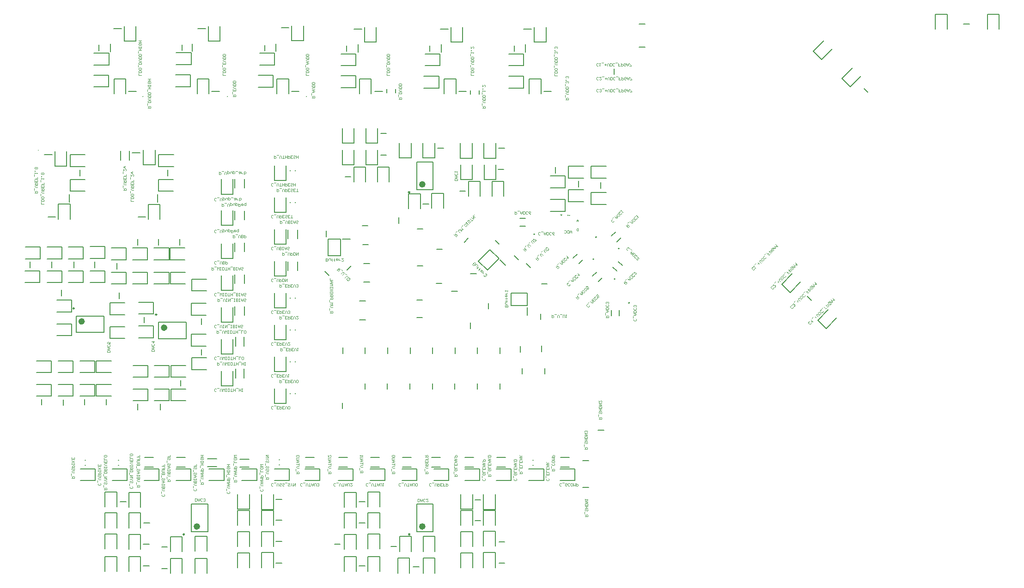
<source format=gbr>
G04*
G04 #@! TF.GenerationSoftware,Altium Limited,Altium Designer,22.4.2 (48)*
G04*
G04 Layer_Color=32896*
%FSLAX25Y25*%
%MOIN*%
G70*
G04*
G04 #@! TF.SameCoordinates,2DCEC4E4-29E6-4739-8FF7-65C193B2F985*
G04*
G04*
G04 #@! TF.FilePolarity,Positive*
G04*
G01*
G75*
%ADD11C,0.00787*%
%ADD14C,0.00300*%
%ADD16C,0.00400*%
%ADD170C,0.02362*%
%ADD171C,0.00984*%
D11*
X377768Y264000D02*
G03*
X377768Y264000I-394J0D01*
G01*
X19634Y324701D02*
G03*
X19634Y324701I-197J0D01*
G01*
X213197Y363299D02*
G03*
X213197Y363299I-197J0D01*
G01*
X95197D02*
G03*
X95197Y363299I-197J0D01*
G01*
X156197D02*
G03*
X156197Y363299I-197J0D01*
G01*
X422326Y261932D02*
G03*
X422326Y261932I-394J0D01*
G01*
X438826Y253568D02*
G03*
X438826Y253568I-394J0D01*
G01*
X446216Y214374D02*
G03*
X446216Y214374I-394J0D01*
G01*
X420431Y245960D02*
G03*
X420431Y245960I-394J0D01*
G01*
X435700Y231622D02*
G03*
X435700Y231622I-394J0D01*
G01*
X581927Y201912D02*
X589513Y209498D01*
X581927Y201912D02*
X587912Y195927D01*
X595498Y203513D01*
X574539Y218962D02*
X577461Y216038D01*
X555927Y227912D02*
X563513Y235498D01*
X555927Y227912D02*
X561912Y221927D01*
X569498Y229513D01*
X435000Y379433D02*
Y383567D01*
X67039Y193095D02*
Y204906D01*
X46961Y193095D02*
Y204906D01*
Y193095D02*
X67039D01*
X46961Y204906D02*
X67039D01*
X345490Y252841D02*
X351893Y246438D01*
X337138Y244490D02*
X345490Y252841D01*
X337138Y244490D02*
X343541Y238087D01*
X351893Y246438D01*
X352867Y245464D02*
X356764Y241566D01*
X87402Y322650D02*
X92914D01*
X337818Y365143D02*
Y367899D01*
X331519Y365143D02*
Y367899D01*
X367032Y275354D02*
X370969D01*
X367032Y269646D02*
X370969Y269646D01*
X226538Y236962D02*
X229462Y234038D01*
X85337Y317282D02*
Y323975D01*
X79009Y317303D02*
Y323996D01*
X205051Y309819D02*
Y310016D01*
X201508Y309819D02*
Y310016D01*
X162101Y183122D02*
Y189878D01*
X167899Y183122D02*
Y189878D01*
X168471Y228416D02*
Y234715D01*
X161384Y228416D02*
Y234715D01*
X105819Y287085D02*
Y292695D01*
X292697Y296039D02*
Y316118D01*
X304508Y296039D02*
Y316118D01*
X292697Y296039D02*
X304508D01*
X292697Y316118D02*
X304508D01*
X292685Y69039D02*
X304496D01*
X292685Y48961D02*
X304496D01*
Y69039D01*
X292685Y48961D02*
Y69039D01*
X130095D02*
X141905D01*
X130095Y48961D02*
X141905D01*
Y69039D01*
X130095Y48961D02*
Y69039D01*
X106461Y200406D02*
X126539D01*
X106461Y188594D02*
X126539D01*
X106461D02*
Y200406D01*
X126539Y188594D02*
Y200406D01*
X396350Y95793D02*
X402650D01*
X396350Y102880D02*
X402650D01*
X270979Y366167D02*
Y368923D01*
X277278Y366167D02*
Y368923D01*
X376402Y100715D02*
X376598D01*
X376402Y97171D02*
X376598D01*
X205051Y148819D02*
Y149016D01*
X201508Y148819D02*
Y149016D01*
X205051Y171819D02*
Y172016D01*
X201508Y171819D02*
Y172016D01*
X205051Y194819D02*
Y195016D01*
X201508Y194819D02*
Y195016D01*
X205051Y217819D02*
Y218016D01*
X201508Y217819D02*
Y218016D01*
X350350Y95793D02*
X356650D01*
X350350Y102880D02*
X356650D01*
X327350Y95793D02*
X333650D01*
X327350Y102880D02*
X333650D01*
X77402Y100743D02*
X77599D01*
X77402Y97200D02*
X77599D01*
X141622Y96101D02*
X148378D01*
X141622Y101899D02*
X148378D01*
X165098Y95755D02*
X171854D01*
X165098Y101552D02*
X171854D01*
X96350Y102880D02*
X102650D01*
X96350Y95793D02*
X102650D01*
X119350D02*
X125650D01*
X119350Y102880D02*
X125650D01*
X199736Y260768D02*
Y267067D01*
X206823Y260768D02*
Y267067D01*
X161384Y251416D02*
Y257715D01*
X168471Y251416D02*
Y257715D01*
X161384Y205416D02*
Y211715D01*
X168471Y205416D02*
Y211715D01*
X199736Y237768D02*
Y244067D01*
X206823Y237768D02*
Y244067D01*
X161384Y297416D02*
Y303715D01*
X168471Y297416D02*
Y303715D01*
X161384Y274416D02*
Y280715D01*
X168471Y274416D02*
Y280715D01*
X303350Y95793D02*
X309650D01*
X303350Y102880D02*
X309650D01*
X205051Y286819D02*
Y287016D01*
X201508Y286819D02*
Y287016D01*
X53402Y100743D02*
X53598D01*
X53402Y97200D02*
X53598D01*
X193402Y101108D02*
X193598D01*
X193402Y97565D02*
X193598D01*
X282350Y95793D02*
X288650D01*
X282350Y102880D02*
X288650D01*
X259350Y95793D02*
X265650D01*
X259350Y102880D02*
X265650D01*
X236350Y95793D02*
X242650D01*
X236350Y102880D02*
X242650D01*
X212350Y95793D02*
X218650D01*
X212350Y102880D02*
X218650D01*
X162101Y160122D02*
Y166878D01*
X167899Y160122D02*
Y166878D01*
X372537Y205484D02*
Y210996D01*
X360726Y212374D02*
X372537D01*
X360726D02*
Y221429D01*
X372537D01*
Y212374D02*
Y221429D01*
X228634Y260374D02*
X237689D01*
X228634Y248563D02*
X228634Y260374D01*
X228634Y248563D02*
X237689Y248563D01*
Y260374D01*
X239067Y260374D02*
X244579Y260374D01*
X453183Y399228D02*
X457317D01*
X453183Y415937D02*
X457317D01*
X382683Y228063D02*
X386817D01*
X227289Y262151D02*
Y266285D01*
X349252Y259550D02*
X352175Y256627D01*
X317808Y222721D02*
X321942D01*
X331238Y195933D02*
Y200067D01*
X331433Y235537D02*
X335567D01*
X344535Y210132D02*
Y214266D01*
X253325Y270195D02*
X257459D01*
X293058Y267620D02*
X297192D01*
X303937Y152020D02*
Y156154D01*
X287731Y152020D02*
Y156154D01*
X271524Y152020D02*
Y156154D01*
X255317Y152020D02*
Y156154D01*
X367375Y178926D02*
Y183060D01*
X382730Y179240D02*
Y183374D01*
X352742Y177876D02*
Y182010D01*
X336536Y177876D02*
Y182010D01*
X320144Y152020D02*
Y156154D01*
X304123Y177876D02*
Y182010D01*
X287916Y177876D02*
Y182010D01*
X271709Y177876D02*
Y182010D01*
X255503Y177876D02*
Y182010D01*
X368772Y163020D02*
Y167154D01*
X384978Y163020D02*
Y167154D01*
X336350Y152020D02*
Y156154D01*
X352557Y152020D02*
Y156154D01*
X251433Y215721D02*
X255567D01*
X306885Y253041D02*
X311019D01*
X306683Y228551D02*
X310817D01*
X251436Y202010D02*
X255570D01*
X279713Y271933D02*
Y276067D01*
X253720Y256478D02*
X257854D01*
X320329Y177876D02*
Y182010D01*
X254433Y229337D02*
X258567D01*
X239111Y138020D02*
Y142154D01*
X239296Y177876D02*
Y182010D01*
X254433Y242721D02*
X258567D01*
X292683Y203937D02*
X296817D01*
X292683Y216437D02*
X296817D01*
X292933Y241262D02*
X297067D01*
X599309Y376480D02*
X606895Y384066D01*
X599309Y376480D02*
X605294Y370495D01*
X612880Y378081D01*
X666768Y411957D02*
Y422685D01*
X675232D01*
X675232Y411957D02*
X675232Y422685D01*
X402173Y295982D02*
X412902Y295982D01*
X402173Y287518D02*
Y295982D01*
Y287518D02*
X412902Y287518D01*
X341216Y303535D02*
Y314264D01*
Y303535D02*
X349680D01*
Y314264D01*
X418535Y293982D02*
X429264Y293982D01*
X418535Y293982D02*
X418535Y285518D01*
X429264D01*
X338513Y291297D02*
Y302025D01*
X330048D02*
X338513D01*
X330048Y291297D02*
Y302025D01*
X256025Y329684D02*
Y340412D01*
Y329684D02*
X264489D01*
Y340412D01*
X349273Y53736D02*
Y64465D01*
X340809D02*
X349273D01*
X340809Y53736D02*
Y64465D01*
X341207Y318935D02*
Y329663D01*
Y318935D02*
X349672D01*
Y329663D01*
X340809Y65265D02*
Y75993D01*
Y65265D02*
X349273D01*
Y75993D01*
Y38771D02*
Y49499D01*
X340809D02*
X349273D01*
X340809Y38771D02*
Y49499D01*
X349273Y23236D02*
Y33965D01*
X340809D02*
X349273D01*
X340809Y23236D02*
Y33965D01*
X71315Y214379D02*
X82043D01*
X71315Y205914D02*
Y214379D01*
Y205914D02*
X82043D01*
X93482Y51906D02*
Y62634D01*
X85018D02*
X93482D01*
X85018Y51906D02*
Y62634D01*
X179387Y394673D02*
X190116D01*
Y386208D02*
Y394673D01*
X179387Y386208D02*
X190116D01*
X238086Y394277D02*
X248814D01*
Y385812D02*
Y394277D01*
X238086Y385812D02*
X248814D01*
X59827Y394729D02*
X70555D01*
Y386265D02*
Y394729D01*
X59827Y386265D02*
X70555D01*
X119177Y394979D02*
X129905D01*
Y386515D02*
Y394979D01*
X119177Y386515D02*
X129905D01*
X298582Y394209D02*
X309310D01*
Y385744D02*
Y394209D01*
X298582Y385744D02*
X309310D01*
X359018Y394209D02*
X369747D01*
Y385744D02*
Y394209D01*
X359018Y385744D02*
X369747D01*
X42752Y295012D02*
X53480D01*
X42752D02*
Y303476D01*
X53480D01*
X106442Y303476D02*
X117170D01*
X106442Y295012D02*
Y303476D01*
Y295012D02*
X117170D01*
X87957Y143768D02*
X98685D01*
Y152232D01*
X87957D02*
X98685D01*
X103457Y143768D02*
X114185D01*
Y152232D01*
X103457D02*
X114185D01*
X115315D02*
X126043D01*
X115315Y143768D02*
Y152232D01*
Y143768D02*
X126043D01*
X130315Y174732D02*
X141043D01*
X130315Y166268D02*
Y174732D01*
Y166268D02*
X141043D01*
X265982Y51906D02*
Y62634D01*
X257518D02*
X265982D01*
X257518Y51906D02*
Y62634D01*
X248982Y36457D02*
Y47185D01*
X240518D02*
X248982D01*
X240518Y36457D02*
Y47185D01*
X248982Y20406D02*
Y31134D01*
X240518D02*
X248982D01*
X240518Y20406D02*
Y31134D01*
X305737Y19250D02*
Y29978D01*
X297272D02*
X305737D01*
X297272Y19250D02*
Y29978D01*
X189224Y23236D02*
Y33965D01*
X180759D02*
X189224D01*
X180759Y23236D02*
Y33965D01*
X189224Y38457D02*
Y49185D01*
X180759D02*
X189224D01*
X180759Y38457D02*
Y49185D01*
X114594Y253982D02*
X125323D01*
X114594Y245518D02*
Y253982D01*
Y245518D02*
X125323D01*
X123482Y18957D02*
Y29685D01*
X115018D02*
X123482D01*
X115018Y18957D02*
Y29685D01*
X93487Y20406D02*
Y31134D01*
X85022D02*
X93487D01*
X85022Y20406D02*
Y31134D01*
X10244Y246268D02*
X20972D01*
Y254732D01*
X10244D02*
X20972D01*
X295232Y282457D02*
Y293185D01*
X286768D02*
X295232D01*
X286768Y282457D02*
Y293185D01*
X115018Y34736D02*
Y45465D01*
X123482D01*
Y34736D02*
Y45465D01*
X91945Y206414D02*
X102673D01*
Y214879D01*
X91945D02*
X102673D01*
X32913Y207914D02*
X43642D01*
Y216379D01*
X32913D02*
X43642D01*
X280359Y34895D02*
Y45623D01*
X288824D01*
Y34895D02*
Y45623D01*
X56957Y246518D02*
X67685D01*
Y254982D01*
X56957D02*
X67685D01*
X49656Y147013D02*
X60384D01*
Y155478D01*
X49656D02*
X60384D01*
X103177Y245518D02*
X113906D01*
Y253982D01*
X103177D02*
X113906D01*
X41457Y246268D02*
X52185D01*
Y254732D01*
X41457D02*
X52185D01*
X25957Y246268D02*
X36685D01*
Y254732D01*
X25957D02*
X36685D01*
X256018Y314035D02*
Y324764D01*
Y314035D02*
X264482D01*
Y324764D01*
X255799Y301828D02*
Y312557D01*
X247335D02*
X255799D01*
X247335Y301828D02*
Y312557D01*
X297120Y319094D02*
Y329822D01*
Y319094D02*
X305585D01*
Y329822D01*
X240518Y66847D02*
Y77575D01*
X248982D01*
Y66847D02*
Y77575D01*
X93482Y66847D02*
Y77575D01*
X85018D02*
X93482D01*
X85018Y66847D02*
Y77575D01*
X130095Y213982D02*
X140823D01*
X130095Y205518D02*
Y213982D01*
Y205518D02*
X140823D01*
X389077Y297522D02*
X399805D01*
X399805Y305987D02*
X399805Y297522D01*
X389077Y305987D02*
X399805Y305987D01*
X180759Y65265D02*
Y75993D01*
Y65265D02*
X189224D01*
Y75993D01*
X87750Y245518D02*
X98478D01*
Y253982D01*
X87750D02*
X98478D01*
X93482Y36457D02*
Y47185D01*
X85018D02*
X93482D01*
X85018Y36457D02*
Y47185D01*
X189224Y53736D02*
Y64465D01*
X180759D02*
X189224D01*
X180759Y53736D02*
Y64465D01*
X72457Y245518D02*
X83185D01*
Y253982D01*
X72457D02*
X83185D01*
X61535Y155482D02*
X72264D01*
X61535Y147018D02*
Y155482D01*
Y147018D02*
X72264D01*
X18457Y147013D02*
X29185D01*
Y155478D01*
X18457D02*
X29185D01*
X33957Y147013D02*
X44685D01*
Y155478D01*
X33957D02*
X44685D01*
X615245Y369222D02*
X618168Y366299D01*
X687154Y415869D02*
X691288D01*
X409358Y298183D02*
Y302317D01*
X351381Y310720D02*
X355515D01*
X425224Y297183D02*
Y301317D01*
X323714Y294978D02*
X327847D01*
X266690Y336731D02*
X270824D01*
X334724Y57279D02*
X338858D01*
X351873Y325982D02*
X356006D01*
X334724Y71950D02*
X338858D01*
X351881Y41873D02*
X356015D01*
X351881Y26528D02*
X356015D01*
X78000Y217590D02*
Y221724D01*
X95752Y55587D02*
X99886D01*
X182931Y396426D02*
Y400560D01*
X242129Y396027D02*
Y400161D01*
X63250Y396482D02*
Y400616D01*
X123221Y396732D02*
Y400866D01*
X302125Y395959D02*
Y400093D01*
X363062Y395959D02*
Y400093D01*
X49799Y306177D02*
Y310311D01*
X113127Y306177D02*
Y310311D01*
X91500Y137276D02*
Y141409D01*
X107638Y137276D02*
Y141409D01*
X122362Y154433D02*
Y158567D01*
X137362Y176776D02*
Y180909D01*
X251183Y55343D02*
X255317D01*
X233276Y40000D02*
X237409D01*
X251183Y24449D02*
X255317D01*
X290187Y23793D02*
X294321D01*
X191179Y26528D02*
X195313D01*
X191179Y42000D02*
X195313D01*
X121642Y256183D02*
Y260317D01*
X108683Y22500D02*
X112817D01*
X95442Y24587D02*
X99576D01*
X13567Y239841D02*
Y243974D01*
X297183Y285705D02*
X301317D01*
X108683Y37984D02*
X112817D01*
X95988Y200091D02*
Y204224D01*
X36500Y219590D02*
Y223724D01*
X274025Y38576D02*
X278158D01*
X60500Y239841D02*
Y243974D01*
X53199Y140679D02*
Y144813D01*
X106358Y256183D02*
Y260317D01*
X45500Y239841D02*
Y243974D01*
X29500Y239841D02*
Y243974D01*
X266683Y321083D02*
X270817D01*
X241000Y305553D02*
X245134D01*
X307785Y326141D02*
X311919D01*
X251183Y70670D02*
X255317D01*
X78845D02*
X82979D01*
X137362Y198933D02*
Y203067D01*
X392758Y308187D02*
Y312321D01*
X191179Y72502D02*
X195313D01*
X91293Y256183D02*
Y260317D01*
X95442Y40000D02*
X99576D01*
X191179Y57417D02*
X195313D01*
X76500Y238841D02*
Y242974D01*
X68721Y140683D02*
Y144817D01*
X22138Y140679D02*
Y144813D01*
X37638Y140433D02*
Y144567D01*
X578834Y396164D02*
X586421Y403750D01*
X578834Y396164D02*
X584820Y390178D01*
X592406Y397764D01*
X704268Y412000D02*
Y422728D01*
X712732D01*
Y412000D02*
Y422728D01*
X402173Y312982D02*
X412902Y312982D01*
X402173Y304518D02*
X402173Y312982D01*
X402173Y304518D02*
X412902Y304518D01*
X324216Y303535D02*
Y314264D01*
Y303535D02*
X332680D01*
Y314264D01*
X418535Y312982D02*
X429264D01*
X418535Y304518D02*
Y312982D01*
Y304518D02*
X429264D01*
X355513Y291297D02*
Y302025D01*
X347048D02*
X355513D01*
X347048Y291297D02*
Y302025D01*
X239025Y329684D02*
Y340412D01*
Y329684D02*
X247489D01*
Y340412D01*
X332982Y53736D02*
Y64465D01*
X324518D02*
X332982D01*
X324518Y53736D02*
Y64465D01*
X324207Y318935D02*
Y329663D01*
Y318935D02*
X332672D01*
Y329663D01*
X324518Y65308D02*
Y76037D01*
Y65308D02*
X332982D01*
Y76037D01*
Y22965D02*
Y33693D01*
X324518D02*
X332982D01*
X324518Y22965D02*
Y33693D01*
X71315Y197232D02*
X82043D01*
X71315Y188768D02*
Y197232D01*
Y188768D02*
X82043D01*
X76237Y51906D02*
Y62634D01*
X67772D02*
X76237D01*
X67772Y51906D02*
Y62634D01*
X178387Y378725D02*
X189116D01*
Y370260D02*
Y378725D01*
X178387Y370260D02*
X189116D01*
X238086Y378326D02*
X248814D01*
Y369862D02*
Y378326D01*
X238086Y369862D02*
X248814D01*
X59707Y378782D02*
X70435D01*
Y370317D02*
Y378782D01*
X59707Y370317D02*
X70435D01*
X118677Y379031D02*
X129405D01*
Y370567D02*
Y379031D01*
X118677Y370567D02*
X129405D01*
X297861Y377982D02*
X308590D01*
Y369518D02*
Y377982D01*
X297861Y369518D02*
X308590D01*
X359008Y377982D02*
X369737D01*
Y369518D02*
Y377982D01*
X359008Y369518D02*
X369737D01*
X42752Y312917D02*
X53480D01*
X42752D02*
Y321382D01*
X53480D01*
X106516Y321382D02*
X117245D01*
X106516Y312917D02*
Y321382D01*
Y312917D02*
X117245D01*
X87957Y160768D02*
X98685D01*
Y169232D01*
X87957D02*
X98685D01*
X103457Y160768D02*
X114185D01*
Y169232D01*
X103457D02*
X114185D01*
X115315D02*
X126043D01*
X115315Y160768D02*
Y169232D01*
Y160768D02*
X126043D01*
X130095Y191732D02*
X140823D01*
X130095Y183268D02*
Y191732D01*
Y183268D02*
X140823D01*
X240518Y51906D02*
Y62634D01*
X248982D01*
Y51906D02*
Y62634D01*
X265982Y36736D02*
Y47465D01*
X257518D02*
X265982D01*
X257518Y36736D02*
Y47465D01*
X265982Y20406D02*
Y31134D01*
X257518D02*
X265982D01*
X257518Y20406D02*
Y31134D01*
X279022Y19250D02*
Y29978D01*
X287487D01*
Y19250D02*
Y29978D01*
X171978Y22965D02*
Y33693D01*
X163513D02*
X171978D01*
X163513Y22965D02*
Y33693D01*
X171978Y38457D02*
Y49185D01*
X163513D02*
X171978D01*
X163513Y38457D02*
Y49185D01*
X114874Y236482D02*
X125602D01*
X114874Y228018D02*
Y236482D01*
Y228018D02*
X125602D01*
X141232Y18957D02*
Y29685D01*
X132768D02*
X141232D01*
X132768Y18957D02*
Y29685D01*
X76241Y20406D02*
Y31134D01*
X67777D02*
X76241D01*
X67777Y20406D02*
Y31134D01*
X10024Y229018D02*
X20752D01*
Y237482D01*
X10024D02*
X20752D01*
X311982Y282736D02*
Y293465D01*
X303518D02*
X311982D01*
X303518Y282736D02*
Y293465D01*
X141232Y35016D02*
Y45744D01*
X132768D02*
X141232D01*
X132768Y35016D02*
Y45744D01*
X91945Y189268D02*
X102673D01*
Y197732D01*
X91945D02*
X102673D01*
X32898Y190768D02*
X43626D01*
Y199232D01*
X32898D02*
X43626D01*
X305824Y34895D02*
Y45623D01*
X297359D02*
X305824D01*
X297359Y34895D02*
Y45623D01*
X56957Y229018D02*
X67685D01*
Y237482D01*
X56957D02*
X67685D01*
X49656Y164013D02*
X60384D01*
Y172478D01*
X49656D02*
X60384D01*
X103177Y228018D02*
X113906D01*
Y236482D01*
X103177D02*
X113906D01*
X41457Y229018D02*
X52185D01*
Y237482D01*
X41457D02*
X52185D01*
X25957Y229018D02*
X36685D01*
Y237482D01*
X25957D02*
X36685D01*
X239018Y314035D02*
Y324764D01*
Y314035D02*
X247482D01*
Y324764D01*
X272799Y301828D02*
Y312557D01*
X264335D02*
X272799D01*
X264335Y301828D02*
Y312557D01*
X280120Y319094D02*
Y329822D01*
Y319094D02*
X288585D01*
Y329822D01*
X265982Y67126D02*
Y77855D01*
X257518D02*
X265982D01*
X257518Y67126D02*
Y77855D01*
X76237Y67126D02*
Y77855D01*
X67772D02*
X76237D01*
X67772Y67126D02*
Y77855D01*
X130315Y231482D02*
X141043D01*
X130315Y223018D02*
Y231482D01*
Y223018D02*
X141043D01*
X389077Y280522D02*
X399805Y280522D01*
X399805Y288987D01*
X389077Y288987D02*
X399805Y288987D01*
X163513Y65308D02*
Y76037D01*
Y65308D02*
X171978D01*
Y76037D01*
X87750Y228018D02*
X98478D01*
Y236482D01*
X87750D02*
X98478D01*
X76237Y36736D02*
Y47465D01*
X67772D02*
X76237D01*
X67772Y36736D02*
Y47465D01*
X171978Y53736D02*
Y64465D01*
X163513D02*
X171978D01*
X163513Y53736D02*
Y64465D01*
X72457Y228018D02*
X83185D01*
Y236482D01*
X72457D02*
X83185D01*
X61535Y172482D02*
X72264D01*
X61535Y164018D02*
Y172482D01*
Y164018D02*
X72264D01*
X18457Y164013D02*
X29185D01*
Y172478D01*
X18457D02*
X29185D01*
X33957Y164013D02*
X44685D01*
Y172478D01*
X33957D02*
X44685D01*
X210883Y403755D02*
Y414484D01*
X202419Y403755D02*
X210883D01*
X202419D02*
Y414484D01*
X90055Y403463D02*
Y414191D01*
X81591Y403463D02*
X90055D01*
X81591D02*
Y414191D01*
X263361Y402860D02*
Y413588D01*
X254896Y402860D02*
X263361D01*
X254896D02*
Y413588D01*
X150732Y403364D02*
Y414092D01*
X142268Y403364D02*
X150732D01*
X142268D02*
Y414092D01*
X325732Y402860D02*
Y413588D01*
X317268Y402860D02*
X325732D01*
X317268D02*
Y413588D01*
X385878Y402860D02*
Y413588D01*
X377413Y402860D02*
X385878D01*
X377413D02*
Y413588D01*
X42669Y274886D02*
Y285614D01*
X34205D02*
X42669D01*
X34205Y274886D02*
Y285614D01*
X107482Y274736D02*
Y285465D01*
X99018D02*
X107482D01*
X99018Y274736D02*
Y285465D01*
X194895Y413027D02*
X200407D01*
X74067Y412581D02*
X79579D01*
X247373Y412000D02*
X252885D01*
X134744Y412482D02*
X140256D01*
X309744Y412000D02*
X315256D01*
X369744D02*
X375256D01*
X26681Y276500D02*
X32193D01*
X91586Y276350D02*
X97098D01*
X191768Y365457D02*
Y376185D01*
X200232D01*
Y365457D02*
Y376185D01*
X74268Y365457D02*
Y376185D01*
X82732D01*
Y365457D02*
Y376185D01*
X251396Y365501D02*
Y376230D01*
X259861D01*
Y365501D02*
Y376230D01*
X134268Y365457D02*
Y376185D01*
X142732D01*
Y365457D02*
Y376185D01*
X312436Y365478D02*
Y376206D01*
X320901D01*
Y365478D02*
Y376206D01*
X373768Y365478D02*
Y376206D01*
X382232D01*
Y365478D02*
Y376206D01*
X31705Y312965D02*
Y323693D01*
Y312965D02*
X40169D01*
Y323693D01*
X95426Y313965D02*
Y324693D01*
Y313965D02*
X103890D01*
Y324693D01*
X202244Y367000D02*
X207756D01*
X84744D02*
X90256D01*
X262373Y367045D02*
X267885D01*
X144849Y367000D02*
X150361D01*
X322912Y366976D02*
X328424D01*
X384244D02*
X389756D01*
X24181Y321500D02*
X29693D01*
X373500Y94569D02*
X384228D01*
Y86104D02*
Y94569D01*
X373500Y86104D02*
X384228D01*
X198512Y141732D02*
Y152461D01*
X190047Y141732D02*
X198512D01*
X190047D02*
Y152461D01*
X198512Y164732D02*
Y175461D01*
X190047Y164732D02*
X198512D01*
X190047D02*
Y175461D01*
X198512Y187732D02*
Y198461D01*
X190047Y187732D02*
X198512D01*
X190047D02*
Y198461D01*
X198512Y210732D02*
Y221461D01*
X190047Y210732D02*
X198512D01*
X190047D02*
Y221461D01*
X395957Y94569D02*
X406685D01*
Y86104D02*
Y94569D01*
X395957Y86104D02*
X406685D01*
X349957Y94569D02*
X360685D01*
Y86104D02*
Y94569D01*
X349957Y86104D02*
X360685D01*
X327457Y94569D02*
X338185D01*
Y86104D02*
Y94569D01*
X327457Y86104D02*
X338185D01*
X72957D02*
X83685D01*
Y94569D01*
X72957D02*
X83685D01*
X142836D02*
X153565D01*
Y86104D02*
Y94569D01*
X142836Y86104D02*
X153565D01*
X166500Y94569D02*
X177228D01*
Y86104D02*
Y94569D01*
X166500Y86104D02*
X177228D01*
X95957D02*
X106685D01*
Y94569D01*
X95957D02*
X106685D01*
X118957D02*
X129685D01*
Y86104D02*
Y94569D01*
X118957Y86104D02*
X129685D01*
X198512Y256732D02*
Y267461D01*
X190047Y256732D02*
X198512D01*
X190047D02*
Y267461D01*
X160160Y246380D02*
Y257109D01*
X151695Y246380D02*
X160160D01*
X151695D02*
Y257109D01*
X160160Y200380D02*
Y211109D01*
X151695Y200380D02*
X160160D01*
X151695D02*
Y211109D01*
X198512Y233732D02*
Y244461D01*
X190047Y233732D02*
X198512D01*
X190047D02*
Y244461D01*
X160160Y292924D02*
Y303652D01*
X151695Y292924D02*
X160160D01*
X151695D02*
Y303652D01*
X160160Y270380D02*
Y281109D01*
X151695Y270380D02*
X160160D01*
X151695D02*
Y281109D01*
X304957Y94569D02*
X315685D01*
Y86104D02*
Y94569D01*
X304957Y86104D02*
X315685D01*
X198512Y279732D02*
Y290461D01*
X190047Y279732D02*
X198512D01*
X190047D02*
Y290461D01*
X49957Y86104D02*
X60685D01*
Y94569D01*
X49957D02*
X60685D01*
X189957D02*
X200685D01*
Y86104D02*
Y94569D01*
X189957Y86104D02*
X200685D01*
X281957Y94569D02*
X292685D01*
Y86104D02*
Y94569D01*
X281957Y86104D02*
X292685D01*
X258957Y94569D02*
X269685D01*
Y86104D02*
Y94569D01*
X258957Y86104D02*
X269685D01*
X235957Y94569D02*
X246685D01*
Y86104D02*
Y94569D01*
X235957Y86104D02*
X246685D01*
X211957Y94569D02*
X222685D01*
Y86104D02*
Y94569D01*
X211957Y86104D02*
X222685D01*
X198512Y302732D02*
Y313461D01*
X190047Y302732D02*
X198512D01*
X190047D02*
Y313461D01*
X160160Y154381D02*
Y165109D01*
X151695Y154381D02*
X160160D01*
X151695D02*
Y165109D01*
X160160Y177381D02*
Y188109D01*
X151695Y177381D02*
X160160D01*
X151695D02*
Y188109D01*
Y223380D02*
Y234109D01*
Y223380D02*
X160160D01*
Y234109D01*
X190990Y395950D02*
Y401560D01*
X71839Y395905D02*
Y401516D01*
X250247Y395555D02*
Y401165D01*
X130839Y395950D02*
Y401560D01*
X310537Y395555D02*
Y401165D01*
X370900Y395554D02*
Y401165D01*
X42098Y287085D02*
Y292695D01*
X412433Y81000D02*
X416567D01*
X423433Y122500D02*
X427567D01*
X412433Y100575D02*
X416567D01*
X382000Y202433D02*
Y206567D01*
X371632Y242624D02*
X374555Y239701D01*
X362983Y248453D02*
X365906Y245530D01*
X242538Y238038D02*
X245462Y240962D01*
X326929Y258127D02*
X329852Y261050D01*
X433090Y262626D02*
X435874Y265410D01*
X437126Y258590D02*
X439910Y261374D01*
X438200Y244178D02*
X440984Y241394D01*
X434163Y240141D02*
X436947Y237357D01*
X438854Y208968D02*
X438854Y205031D01*
X433146D02*
X433146Y208968D01*
X409541Y242741D02*
X412325Y245524D01*
X405504Y246777D02*
X408288Y249561D01*
X419504Y233748D02*
X422288Y236532D01*
X423541Y229711D02*
X426325Y232495D01*
X332982Y38457D02*
Y49185D01*
X324518D02*
X332982D01*
X324518Y38457D02*
Y49185D01*
D14*
X577078Y199900D02*
Y199428D01*
X576607Y198957D01*
X576135Y198957D01*
X575193Y199900D01*
Y200371D01*
X575664Y200842D01*
X576135Y200842D01*
X577078Y202256D02*
X578491Y200842D01*
X577078Y200842D01*
X578020Y201785D01*
X577549Y203198D02*
X578491Y204141D01*
X579905Y203670D02*
X580848Y204612D01*
Y203670D02*
X579905Y204612D01*
X582026Y204377D02*
X581083Y205319D01*
Y206261D01*
X582026D01*
X582968Y205319D01*
X583440Y205790D02*
X582026Y207204D01*
X582733Y207911D01*
X583204Y207911D01*
X584147Y206968D01*
Y206497D01*
X583440Y205790D01*
X585560Y208382D02*
Y207911D01*
X585089Y207440D01*
X584618Y207440D01*
X583675Y208382D01*
Y208853D01*
X584147Y209325D01*
X584618D01*
X584618Y210267D02*
X585560Y211210D01*
X588623Y210974D02*
X587681Y210032D01*
X586974Y210738D01*
X587445Y211210D01*
X586974Y210738D01*
X586267Y211445D01*
X587681Y212859D02*
X589095Y211445D01*
X589802Y212152D01*
Y212623D01*
X589330Y213095D01*
X588859D01*
X588152Y212388D01*
X591215Y214037D02*
Y213566D01*
X590744Y213095D01*
X590273D01*
X589330Y214037D01*
Y214508D01*
X589802Y214980D01*
X590273Y214980D01*
X590744Y214508D01*
X590273Y214037D01*
X590508Y215686D02*
X591451Y214744D01*
X592393D01*
Y215686D01*
X591451Y216629D01*
X592158Y215922D01*
X591215Y214980D01*
X592629Y217807D02*
X594043Y216393D01*
X592629D01*
X593572Y217336D01*
X564078Y211400D02*
Y210928D01*
X563607Y210457D01*
X563135Y210457D01*
X562193Y211400D01*
Y211871D01*
X562664Y212342D01*
X563135Y212342D01*
X564549Y211871D02*
X565020Y211871D01*
X565491Y212342D01*
Y212813D01*
X565256Y213049D01*
X564785D01*
X564549Y212813D01*
X564785Y213049D01*
Y213520D01*
X564549Y213756D01*
X564078D01*
X563607Y213285D01*
Y212813D01*
X564549Y214698D02*
X565491Y215641D01*
X566905Y215170D02*
X567848Y216112D01*
Y215170D02*
X566905Y216112D01*
X569026Y215877D02*
X568083Y216819D01*
Y217761D01*
X569026D01*
X569968Y216819D01*
X570440Y217290D02*
X569026Y218704D01*
X569733Y219411D01*
X570204Y219411D01*
X571147Y218468D01*
Y217997D01*
X570440Y217290D01*
X572560Y219882D02*
Y219411D01*
X572089Y218940D01*
X571618Y218940D01*
X570675Y219882D01*
Y220353D01*
X571147Y220825D01*
X571618D01*
X571618Y221767D02*
X572560Y222710D01*
X575623Y222474D02*
X574681Y221532D01*
X573974Y222238D01*
X574445Y222710D01*
X573974Y222238D01*
X573267Y222945D01*
X574681Y224359D02*
X576095Y222945D01*
X576802Y223652D01*
Y224123D01*
X576330Y224595D01*
X575859D01*
X575152Y223888D01*
X578215Y225537D02*
Y225066D01*
X577744Y224595D01*
X577273D01*
X576330Y225537D01*
Y226008D01*
X576802Y226480D01*
X577273Y226480D01*
X577744Y226008D01*
X577273Y225537D01*
X577508Y227186D02*
X578451Y226244D01*
X579393D01*
Y227186D01*
X578451Y228129D01*
X579158Y227422D01*
X578215Y226480D01*
X579629Y229307D02*
X581043Y227893D01*
X579629D01*
X580572Y228836D01*
X550078Y225400D02*
Y224928D01*
X549607Y224457D01*
X549135Y224457D01*
X548193Y225400D01*
Y225871D01*
X548664Y226342D01*
X549135Y226342D01*
X550313Y227992D02*
X549371Y227049D01*
X551256D01*
X551491Y226813D01*
Y226342D01*
X551020Y225871D01*
X550549Y225871D01*
X550549Y228698D02*
X551491Y229641D01*
X552905Y229170D02*
X553848Y230112D01*
Y229170D02*
X552905Y230112D01*
X555026Y229876D02*
X554083Y230819D01*
Y231762D01*
X555026D01*
X555968Y230819D01*
X556440Y231290D02*
X555026Y232704D01*
X555733Y233411D01*
X556204Y233411D01*
X557147Y232468D01*
Y231997D01*
X556440Y231290D01*
X558560Y233882D02*
Y233411D01*
X558089Y232940D01*
X557618Y232940D01*
X556675Y233882D01*
Y234353D01*
X557147Y234825D01*
X557618D01*
X557618Y235767D02*
X558560Y236710D01*
X561623Y236474D02*
X560681Y235531D01*
X559974Y236238D01*
X560445Y236710D01*
X559974Y236238D01*
X559267Y236945D01*
X560681Y238359D02*
X562095Y236945D01*
X562802Y237652D01*
Y238123D01*
X562330Y238595D01*
X561859D01*
X561152Y237888D01*
X564215Y239537D02*
Y239066D01*
X563744Y238595D01*
X563273D01*
X562330Y239537D01*
Y240008D01*
X562802Y240480D01*
X563273Y240480D01*
X563744Y240008D01*
X563273Y239537D01*
X563508Y241186D02*
X564451Y240244D01*
X565393D01*
Y241186D01*
X564451Y242129D01*
X565158Y241422D01*
X564215Y240480D01*
X565629Y243307D02*
X567043Y241893D01*
X565629D01*
X566572Y242836D01*
X536196Y239017D02*
Y238546D01*
X535724Y238075D01*
X535253Y238075D01*
X534311Y239017D01*
Y239489D01*
X534782Y239960D01*
X535253Y239960D01*
X535489Y240667D02*
X535960Y241138D01*
X535724Y240902D01*
X537138Y239489D01*
X536667Y239489D01*
X536431Y242081D02*
X537374Y243023D01*
X538788Y242552D02*
X539730Y243494D01*
Y242552D02*
X538788Y243494D01*
X540908Y243259D02*
X539966Y244201D01*
Y245144D01*
X540908D01*
X541851Y244201D01*
X542322Y244672D02*
X540908Y246086D01*
X541615Y246793D01*
X542086Y246793D01*
X543029Y245851D01*
Y245379D01*
X542322Y244672D01*
X544443Y247264D02*
Y246793D01*
X543971Y246322D01*
X543500Y246322D01*
X542557Y247264D01*
Y247736D01*
X543029Y248207D01*
X543500Y248207D01*
Y249149D02*
X544443Y250092D01*
X547506Y249856D02*
X546563Y248914D01*
X545856Y249621D01*
X546327Y250092D01*
X545856Y249621D01*
X545149Y250327D01*
X546563Y251741D02*
X547977Y250327D01*
X548684Y251034D01*
Y251506D01*
X548212Y251977D01*
X547741D01*
X547034Y251270D01*
X550098Y252919D02*
Y252448D01*
X549626Y251977D01*
X549155D01*
X548212Y252919D01*
Y253391D01*
X548684Y253862D01*
X549155Y253862D01*
X549626Y253391D01*
X549155Y252919D01*
X549391Y254569D02*
X550333Y253626D01*
X551276D01*
Y254569D01*
X550333Y255511D01*
X551040Y254804D01*
X550098Y253862D01*
X551511Y256689D02*
X552925Y255276D01*
X551511Y255276D01*
X552454Y256218D01*
X423670Y367167D02*
X423337Y366834D01*
X422671D01*
X422337Y367167D01*
Y368500D01*
X422671Y368833D01*
X423337D01*
X423670Y368500D01*
X424337Y367167D02*
X424670Y366834D01*
X425337D01*
X425670Y367167D01*
Y367500D01*
X425337Y367833D01*
X425003D01*
X425337D01*
X425670Y368167D01*
Y368500D01*
X425337Y368833D01*
X424670D01*
X424337Y368500D01*
X426336Y369166D02*
X427669D01*
X428336Y367833D02*
X429668D01*
X429002Y367167D02*
Y368500D01*
X430335Y366834D02*
Y368167D01*
X431001Y368833D01*
X431668Y368167D01*
Y366834D01*
X432334D02*
Y368833D01*
X433334D01*
X433667Y368500D01*
Y367167D01*
X433334Y366834D01*
X432334D01*
X435666Y367167D02*
X435333Y366834D01*
X434667D01*
X434334Y367167D01*
Y368500D01*
X434667Y368833D01*
X435333D01*
X435666Y368500D01*
X436333Y369166D02*
X437666D01*
X439665Y366834D02*
X438332D01*
Y367833D01*
X438999D01*
X438332D01*
Y368833D01*
X440332D02*
Y366834D01*
X441331D01*
X441665Y367167D01*
Y367833D01*
X441331Y368167D01*
X440332D01*
X443664Y367167D02*
X443331Y366834D01*
X442664D01*
X442331Y367167D01*
Y368500D01*
X442664Y368833D01*
X443331D01*
X443664Y368500D01*
Y367833D01*
X442997D01*
X444330Y368833D02*
Y367500D01*
X444997Y366834D01*
X445663Y367500D01*
Y368833D01*
Y367833D01*
X444330D01*
X446330Y366834D02*
X447662D01*
Y367167D01*
X446330Y368500D01*
Y368833D01*
X423670Y375667D02*
X423337Y375334D01*
X422671D01*
X422337Y375667D01*
Y377000D01*
X422671Y377333D01*
X423337D01*
X423670Y377000D01*
X425670Y377333D02*
X424337D01*
X425670Y376000D01*
Y375667D01*
X425337Y375334D01*
X424670D01*
X424337Y375667D01*
X426336Y377666D02*
X427669D01*
X428336Y376333D02*
X429668D01*
X429002Y375667D02*
Y377000D01*
X430335Y375334D02*
Y376667D01*
X431001Y377333D01*
X431668Y376667D01*
Y375334D01*
X432334D02*
Y377333D01*
X433334D01*
X433667Y377000D01*
Y375667D01*
X433334Y375334D01*
X432334D01*
X435666Y375667D02*
X435333Y375334D01*
X434667D01*
X434334Y375667D01*
Y377000D01*
X434667Y377333D01*
X435333D01*
X435666Y377000D01*
X436333Y377666D02*
X437666D01*
X439665Y375334D02*
X438332D01*
Y376333D01*
X438999D01*
X438332D01*
Y377333D01*
X440332D02*
Y375334D01*
X441331D01*
X441665Y375667D01*
Y376333D01*
X441331Y376667D01*
X440332D01*
X443664Y375667D02*
X443331Y375334D01*
X442664D01*
X442331Y375667D01*
Y377000D01*
X442664Y377333D01*
X443331D01*
X443664Y377000D01*
Y376333D01*
X442997D01*
X444330Y377333D02*
Y376000D01*
X444997Y375334D01*
X445663Y376000D01*
Y377333D01*
Y376333D01*
X444330D01*
X446330Y375334D02*
X447662D01*
Y375667D01*
X446330Y377000D01*
Y377333D01*
X423670Y385667D02*
X423337Y385334D01*
X422671D01*
X422337Y385667D01*
Y387000D01*
X422671Y387333D01*
X423337D01*
X423670Y387000D01*
X424337Y387333D02*
X425003D01*
X424670D01*
Y385334D01*
X424337Y385667D01*
X426003Y387666D02*
X427336D01*
X428002Y386333D02*
X429335D01*
X428669Y385667D02*
Y387000D01*
X430002Y385334D02*
Y386667D01*
X430668Y387333D01*
X431334Y386667D01*
Y385334D01*
X432001D02*
Y387333D01*
X433001D01*
X433334Y387000D01*
Y385667D01*
X433001Y385334D01*
X432001D01*
X435333Y385667D02*
X435000Y385334D01*
X434334D01*
X434000Y385667D01*
Y387000D01*
X434334Y387333D01*
X435000D01*
X435333Y387000D01*
X436000Y387666D02*
X437333D01*
X439332Y385334D02*
X437999D01*
Y386333D01*
X438665D01*
X437999D01*
Y387333D01*
X439998D02*
Y385334D01*
X440998D01*
X441331Y385667D01*
Y386333D01*
X440998Y386667D01*
X439998D01*
X443331Y385667D02*
X442997Y385334D01*
X442331D01*
X441998Y385667D01*
Y387000D01*
X442331Y387333D01*
X442997D01*
X443331Y387000D01*
Y386333D01*
X442664D01*
X443997Y387333D02*
Y386000D01*
X444663Y385334D01*
X445330Y386000D01*
Y387333D01*
Y386333D01*
X443997D01*
X445996Y385334D02*
X447329D01*
Y385667D01*
X445996Y387000D01*
Y387333D01*
X409000Y273000D02*
Y274000D01*
X408500Y274500D01*
X408000Y274000D01*
Y273000D01*
Y273750D01*
X409000D01*
Y268000D02*
Y266500D01*
X408250D01*
X408000Y266750D01*
Y267750D01*
X408250Y268000D01*
X409000D01*
X401500Y277500D02*
Y278000D01*
Y277750D01*
X402999D01*
X402750Y277500D01*
X396000Y278250D02*
X397499D01*
X396750Y277500D01*
Y278500D01*
D16*
X144748Y240141D02*
Y238142D01*
X145747D01*
X146081Y238475D01*
Y239141D01*
X145747Y239475D01*
X144748D01*
X145414D02*
X146081Y240141D01*
X146747Y240474D02*
X148080D01*
X148747Y238142D02*
Y240141D01*
X149413Y239475D01*
X150079Y240141D01*
Y238142D01*
X150746D02*
X151412D01*
X151079D01*
Y240141D01*
X150746D01*
X151412D01*
X152412Y238142D02*
Y240141D01*
X153412D01*
X153745Y239808D01*
Y238475D01*
X153412Y238142D01*
X152412D01*
X154411D02*
X155744D01*
X155078D01*
Y240141D01*
X156411Y238142D02*
Y240141D01*
Y239141D01*
X157744D01*
Y238142D01*
Y240141D01*
X158410Y240474D02*
X159743D01*
X160409Y238142D02*
Y240141D01*
X161409D01*
X161742Y239808D01*
Y239475D01*
X161409Y239141D01*
X160409D01*
X161409D01*
X161742Y238808D01*
Y238475D01*
X161409Y238142D01*
X160409D01*
X162409D02*
X163075D01*
X162742D01*
Y240141D01*
X162409D01*
X163075D01*
X164075D02*
Y238808D01*
X164741Y238142D01*
X165408Y238808D01*
Y240141D01*
Y239141D01*
X164075D01*
X167407Y238475D02*
X167074Y238142D01*
X166407D01*
X166074Y238475D01*
Y238808D01*
X166407Y239141D01*
X167074D01*
X167407Y239475D01*
Y239808D01*
X167074Y240141D01*
X166407D01*
X166074Y239808D01*
X147931Y242732D02*
X147598Y242399D01*
X146931D01*
X146598Y242732D01*
Y244065D01*
X146931Y244398D01*
X147598D01*
X147931Y244065D01*
X148597Y244732D02*
X149930D01*
X150596Y242399D02*
Y243732D01*
X151263Y244398D01*
X151929Y243732D01*
Y242399D01*
X152596D02*
Y244398D01*
X153595D01*
X153929Y244065D01*
Y243732D01*
X153595Y243399D01*
X152596D01*
X153595D01*
X153929Y243066D01*
Y242732D01*
X153595Y242399D01*
X152596D01*
X154595Y244398D02*
Y242399D01*
X155595D01*
X155928Y242732D01*
Y243399D01*
X155595Y243732D01*
X154595D01*
X332816Y242270D02*
X334230Y243684D01*
X334937Y242977D01*
X334937Y242506D01*
X334701Y242270D01*
X334230Y242270D01*
X333523Y242977D01*
X334230Y242270D01*
Y241799D01*
X333994Y241563D01*
X333523D01*
X332816Y242270D01*
X334701Y241328D02*
X335408Y242034D01*
X335879D01*
X336586Y241328D01*
X335644Y240385D01*
X337293Y240621D02*
X336115Y239442D01*
X336586Y239914D01*
X336351Y240149D01*
X336822Y239678D01*
X336586Y239914D01*
X336115Y239442D01*
Y238971D01*
X338471Y239442D02*
X337293Y238264D01*
X337764Y238736D01*
X337529Y238971D01*
X338000Y238500D01*
X337764Y238736D01*
X337293Y238264D01*
Y237793D01*
X340121Y237793D02*
X339649Y238264D01*
X339178D01*
X338707Y237793D01*
X338707Y237322D01*
X339178Y236851D01*
X339649D01*
X339885Y237086D01*
X338943Y238029D01*
X339885Y236144D02*
X340827Y237086D01*
X340356Y236615D01*
Y236144D01*
Y235672D01*
X340592Y235437D01*
X341063Y234494D02*
Y234023D01*
X341534Y233552D01*
X342006D01*
X342241Y233787D01*
Y234259D01*
X342006Y234494D01*
X342241Y234259D01*
X342712Y234259D01*
X342948Y234494D01*
X342948Y234966D01*
X342477Y235437D01*
X342006D01*
X363335Y280333D02*
Y278334D01*
X364335D01*
X364668Y278667D01*
Y279333D01*
X364335Y279667D01*
X363335D01*
X364002D02*
X364668Y280333D01*
X365335Y280666D02*
X366667D01*
X367334Y280333D02*
Y279000D01*
X368000Y278334D01*
X368667Y279000D01*
Y280333D01*
Y279333D01*
X367334D01*
X369333Y278334D02*
Y280333D01*
X370333D01*
X370666Y280000D01*
Y278667D01*
X370333Y278334D01*
X369333D01*
X372666Y278667D02*
X372332Y278334D01*
X371666D01*
X371333Y278667D01*
Y280000D01*
X371666Y280333D01*
X372332D01*
X372666Y280000D01*
X374665Y278334D02*
X373998Y278667D01*
X373332Y279333D01*
Y280000D01*
X373665Y280333D01*
X374332D01*
X374665Y280000D01*
Y279667D01*
X374332Y279333D01*
X373332D01*
X407405Y218583D02*
X408819Y217170D01*
X409526Y217877D01*
Y218348D01*
X409055Y218819D01*
X408583Y218819D01*
X407877Y218112D01*
X408348Y218583D02*
Y219526D01*
X408583Y220233D02*
X409526Y221175D01*
X410233Y221411D02*
X411175Y220468D01*
X412118D01*
Y221411D01*
X411175Y222353D01*
X411882Y221646D01*
X410940Y220704D01*
X413060Y221411D02*
X411647Y222825D01*
X412353Y223532D01*
X412825D01*
X413767Y222589D01*
Y222118D01*
X413060Y221411D01*
X415181Y224003D02*
Y223532D01*
X414710Y223060D01*
X414239Y223060D01*
X413296Y224003D01*
Y224474D01*
X413767Y224945D01*
X414239Y224945D01*
X416830Y225181D02*
X415888Y224238D01*
X415181Y224945D01*
X415888Y225181D01*
X416123Y225417D01*
Y225888D01*
X415652Y226359D01*
X415181Y226359D01*
X414710Y225888D01*
Y225417D01*
X392905Y240583D02*
X394319Y239170D01*
X395026Y239877D01*
Y240348D01*
X394555Y240819D01*
X394083Y240819D01*
X393377Y240112D01*
X393848Y240583D02*
Y241526D01*
X394083Y242233D02*
X395026Y243175D01*
X395733Y243411D02*
X396675Y242468D01*
X397618D01*
Y243411D01*
X396675Y244353D01*
X397382Y243647D01*
X396440Y242704D01*
X398560Y243411D02*
X397147Y244825D01*
X397853Y245532D01*
X398325D01*
X399267Y244589D01*
Y244118D01*
X398560Y243411D01*
X400681Y246003D02*
Y245532D01*
X400210Y245060D01*
X399739Y245060D01*
X398796Y246003D01*
Y246474D01*
X399267Y246945D01*
X399739Y246945D01*
X400681Y248359D02*
X402095Y246945D01*
X400681Y246945D01*
X401623Y247888D01*
X429167Y203835D02*
X431166D01*
Y204835D01*
X430833Y205168D01*
X430167D01*
X429833Y204835D01*
Y203835D01*
Y204502D02*
X429167Y205168D01*
X428834Y205835D02*
Y207167D01*
X429167Y207834D02*
X430500D01*
X431166Y208500D01*
X430500Y209167D01*
X429167D01*
X430167D01*
Y207834D01*
X431166Y209833D02*
X429167D01*
Y210833D01*
X429500Y211166D01*
X430833D01*
X431166Y210833D01*
Y209833D01*
X430833Y213165D02*
X431166Y212832D01*
Y212166D01*
X430833Y211833D01*
X429500D01*
X429167Y212166D01*
Y212832D01*
X429500Y213165D01*
X430833Y213832D02*
X431166Y214165D01*
Y214832D01*
X430833Y215165D01*
X430500D01*
X430167Y214832D01*
Y214498D01*
Y214832D01*
X429833Y215165D01*
X429500D01*
X429167Y214832D01*
Y214165D01*
X429500Y213832D01*
X441905Y229083D02*
X443319Y227670D01*
X444026Y228377D01*
Y228848D01*
X443555Y229319D01*
X443083Y229319D01*
X442377Y228612D01*
X442848Y229083D02*
Y230026D01*
X443083Y230733D02*
X444026Y231675D01*
X444733Y231911D02*
X445675Y230968D01*
X446618D01*
Y231911D01*
X445675Y232853D01*
X446382Y232147D01*
X445440Y231204D01*
X447560Y231911D02*
X446147Y233325D01*
X446853Y234032D01*
X447325D01*
X448267Y233089D01*
Y232618D01*
X447560Y231911D01*
X449681Y234503D02*
Y234032D01*
X449210Y233560D01*
X448738Y233560D01*
X447796Y234503D01*
Y234974D01*
X448267Y235445D01*
X448738Y235445D01*
X449917Y237095D02*
X448974Y236152D01*
X450859D01*
X451095Y235917D01*
Y235445D01*
X450624Y234974D01*
X450152D01*
X443641Y270319D02*
X445055Y268905D01*
X445761Y269612D01*
Y270083D01*
X445290Y270555D01*
X444819Y270555D01*
X444112Y269848D01*
X444583Y270319D02*
Y271262D01*
X444819Y271968D02*
X445761Y272911D01*
X446468Y273147D02*
X447411Y272204D01*
X448353D01*
Y273147D01*
X447411Y274089D01*
X448118Y273382D01*
X447175Y272440D01*
X449296Y273147D02*
X447882Y274560D01*
X448589Y275267D01*
X449060D01*
X450003Y274325D01*
Y273853D01*
X449296Y273147D01*
X451417Y275738D02*
Y275267D01*
X450945Y274796D01*
X450474Y274796D01*
X449532Y275738D01*
Y276210D01*
X450003Y276681D01*
X450474Y276681D01*
X450710Y277388D02*
X451181Y277859D01*
X450945Y277623D01*
X452359Y276210D01*
X451888D01*
X381668Y263667D02*
X381335Y263334D01*
X380668D01*
X380335Y263667D01*
Y265000D01*
X380668Y265333D01*
X381335D01*
X381668Y265000D01*
X382334Y265666D02*
X383667D01*
X384334Y265333D02*
Y264000D01*
X385000Y263334D01*
X385667Y264000D01*
Y265333D01*
Y264333D01*
X384334D01*
X386333Y263334D02*
Y265333D01*
X387333D01*
X387666Y265000D01*
Y263667D01*
X387333Y263334D01*
X386333D01*
X389666Y263667D02*
X389332Y263334D01*
X388666D01*
X388333Y263667D01*
Y265000D01*
X388666Y265333D01*
X389332D01*
X389666Y265000D01*
X391665Y263334D02*
X390998Y263667D01*
X390332Y264333D01*
Y265000D01*
X390665Y265333D01*
X391332D01*
X391665Y265000D01*
Y264667D01*
X391332Y264333D01*
X390332D01*
X417026Y212348D02*
Y211877D01*
X416555Y211405D01*
X416083Y211405D01*
X415141Y212348D01*
Y212819D01*
X415612Y213290D01*
X416083Y213290D01*
X416083Y214233D02*
X417026Y215175D01*
X417733Y215411D02*
X418675Y214468D01*
X419618D01*
Y215411D01*
X418675Y216353D01*
X419382Y215647D01*
X418440Y214704D01*
X420560Y215411D02*
X419147Y216825D01*
X419853Y217532D01*
X420325D01*
X421267Y216589D01*
Y216118D01*
X420560Y215411D01*
X422681Y218003D02*
Y217532D01*
X422210Y217060D01*
X421738Y217060D01*
X420796Y218003D01*
Y218474D01*
X421267Y218945D01*
X421738Y218945D01*
X424330Y219181D02*
X423388Y218238D01*
X422681Y218945D01*
X423388Y219181D01*
X423624Y219417D01*
Y219888D01*
X423152Y220359D01*
X422681Y220359D01*
X422210Y219888D01*
Y219417D01*
X403026Y227848D02*
Y227377D01*
X402555Y226905D01*
X402083Y226905D01*
X401141Y227848D01*
Y228319D01*
X401612Y228790D01*
X402083Y228790D01*
X402083Y229733D02*
X403026Y230675D01*
X403733Y230911D02*
X404675Y229968D01*
X405618D01*
Y230911D01*
X404675Y231853D01*
X405382Y231147D01*
X404440Y230204D01*
X406560Y230911D02*
X405147Y232325D01*
X405854Y233032D01*
X406325D01*
X407267Y232089D01*
Y231618D01*
X406560Y230911D01*
X408681Y233503D02*
Y233032D01*
X408210Y232560D01*
X407738Y232560D01*
X406796Y233503D01*
Y233974D01*
X407267Y234445D01*
X407738Y234445D01*
X408681Y235859D02*
X410095Y234445D01*
X408681Y234445D01*
X409623Y235388D01*
X450833Y202668D02*
X451166Y202335D01*
Y201668D01*
X450833Y201335D01*
X449500D01*
X449167Y201668D01*
Y202335D01*
X449500Y202668D01*
X448834Y203334D02*
Y204667D01*
X449167Y205334D02*
X450500D01*
X451166Y206000D01*
X450500Y206667D01*
X449167D01*
X450167D01*
Y205334D01*
X451166Y207333D02*
X449167D01*
Y208333D01*
X449500Y208666D01*
X450833D01*
X451166Y208333D01*
Y207333D01*
X450833Y210665D02*
X451166Y210332D01*
Y209666D01*
X450833Y209333D01*
X449500D01*
X449167Y209666D01*
Y210332D01*
X449500Y210665D01*
X450833Y211332D02*
X451166Y211665D01*
Y212332D01*
X450833Y212665D01*
X450500D01*
X450167Y212332D01*
Y211998D01*
Y212332D01*
X449833Y212665D01*
X449500D01*
X449167Y212332D01*
Y211665D01*
X449500Y211332D01*
X444848Y252474D02*
X444377D01*
X443905Y252945D01*
X443905Y253417D01*
X444848Y254359D01*
X445319D01*
X445790Y253888D01*
X445790Y253417D01*
X446733Y253417D02*
X447675Y252474D01*
X447911Y251767D02*
X446968Y250825D01*
Y249882D01*
X447911D01*
X448853Y250825D01*
X448147Y250118D01*
X447204Y251060D01*
X447911Y248940D02*
X449325Y250353D01*
X450032Y249646D01*
Y249175D01*
X449089Y248233D01*
X448618D01*
X447911Y248940D01*
X450503Y246819D02*
X450032D01*
X449560Y247290D01*
X449560Y247762D01*
X450503Y248704D01*
X450974D01*
X451445Y248233D01*
X451445Y247762D01*
X453095Y246583D02*
X452152Y247526D01*
Y245641D01*
X451917Y245405D01*
X451445D01*
X450974Y245877D01*
Y246348D01*
X434761Y273583D02*
Y273112D01*
X434290Y272641D01*
X433819Y272641D01*
X432876Y273583D01*
Y274055D01*
X433348Y274526D01*
X433819Y274526D01*
X433819Y275468D02*
X434761Y276411D01*
X435468Y276646D02*
X436411Y275704D01*
X437353D01*
Y276646D01*
X436411Y277589D01*
X437118Y276882D01*
X436175Y275940D01*
X438296Y276646D02*
X436882Y278060D01*
X437589Y278767D01*
X438060D01*
X439003Y277825D01*
Y277353D01*
X438296Y276646D01*
X440417Y279238D02*
Y278767D01*
X439945Y278296D01*
X439474Y278296D01*
X438531Y279238D01*
Y279710D01*
X439003Y280181D01*
X439474Y280181D01*
X439710Y280888D02*
X440181Y281359D01*
X439945Y281123D01*
X441359Y279710D01*
X440888D01*
X17167Y293670D02*
X19166D01*
Y294669D01*
X18833Y295003D01*
X18167D01*
X17833Y294669D01*
Y293670D01*
Y294336D02*
X17167Y295003D01*
X16834Y295669D02*
Y297002D01*
X19166Y297668D02*
X17833D01*
X17167Y298335D01*
X17833Y299001D01*
X19166D01*
X17167Y299668D02*
X19166D01*
Y300667D01*
X18833Y301001D01*
X18167D01*
X17833Y300667D01*
Y299668D01*
Y300334D02*
X17167Y301001D01*
X19166Y303000D02*
Y301667D01*
X17167D01*
Y303000D01*
X18167Y301667D02*
Y302333D01*
X19166Y304999D02*
Y303666D01*
X18167D01*
Y304333D01*
Y303666D01*
X17167D01*
X16834Y305666D02*
Y306999D01*
X17167Y307665D02*
Y308332D01*
Y307998D01*
X19166D01*
X18833Y307665D01*
X17167Y309331D02*
X17500D01*
Y309665D01*
X17167D01*
Y309331D01*
X18833Y310997D02*
X19166Y311331D01*
Y311997D01*
X18833Y312330D01*
X18500D01*
X18167Y311997D01*
X17833Y312330D01*
X17500D01*
X17167Y311997D01*
Y311331D01*
X17500Y310997D01*
X17833D01*
X18167Y311331D01*
X18500Y310997D01*
X18833D01*
X18167Y311331D02*
Y311997D01*
X160167Y363335D02*
X162166D01*
Y364335D01*
X161833Y364668D01*
X161167D01*
X160833Y364335D01*
Y363335D01*
Y364002D02*
X160167Y364668D01*
X159834Y365335D02*
Y366667D01*
X162166Y368667D02*
Y367334D01*
X160167D01*
Y368667D01*
X161167Y367334D02*
Y368000D01*
X162166Y369333D02*
X160833D01*
X160167Y370000D01*
X160833Y370666D01*
X162166D01*
Y371333D02*
X160167D01*
Y372332D01*
X160500Y372666D01*
X161833D01*
X162166Y372332D01*
Y371333D01*
Y373332D02*
X160167D01*
Y374332D01*
X160500Y374665D01*
X161833D01*
X162166Y374332D01*
Y373332D01*
X98667Y355003D02*
X100666D01*
Y356003D01*
X100333Y356336D01*
X99667D01*
X99333Y356003D01*
Y355003D01*
Y355670D02*
X98667Y356336D01*
X98334Y357003D02*
Y358336D01*
X100666Y359002D02*
X98667D01*
Y360002D01*
X99000Y360335D01*
X100333D01*
X100666Y360002D01*
Y359002D01*
Y361001D02*
X99333D01*
X98667Y361668D01*
X99333Y362334D01*
X100666D01*
Y363001D02*
X98667D01*
Y364001D01*
X99000Y364334D01*
X100333D01*
X100666Y364001D01*
Y363001D01*
Y365000D02*
X98667D01*
Y366000D01*
X99000Y366333D01*
X100333D01*
X100666Y366000D01*
Y365000D01*
X98334Y367000D02*
Y368332D01*
X100666Y368999D02*
X98667D01*
X99667D01*
Y370332D01*
X100666D01*
X98667D01*
X100666Y370998D02*
Y371665D01*
Y371331D01*
X98667D01*
Y370998D01*
Y371665D01*
X100333Y373997D02*
X100666Y373664D01*
Y372998D01*
X100333Y372664D01*
X99000D01*
X98667Y372998D01*
Y373664D01*
X99000Y373997D01*
X99667D01*
Y373331D01*
X100666Y374664D02*
X98667D01*
X99667D01*
Y375997D01*
X100666D01*
X98667D01*
X217167Y362335D02*
X219166D01*
Y363335D01*
X218833Y363668D01*
X218167D01*
X217833Y363335D01*
Y362335D01*
Y363002D02*
X217167Y363668D01*
X216834Y364335D02*
Y365667D01*
X217167Y366334D02*
X218500D01*
X219166Y367000D01*
X218500Y367667D01*
X217167D01*
X218167D01*
Y366334D01*
X219166Y368333D02*
X217833D01*
X217167Y369000D01*
X217833Y369666D01*
X219166D01*
Y370333D02*
X217167D01*
Y371332D01*
X217500Y371666D01*
X218833D01*
X219166Y371332D01*
Y370333D01*
Y372332D02*
X217167D01*
Y373332D01*
X217500Y373665D01*
X218833D01*
X219166Y373332D01*
Y372332D01*
X230167Y207004D02*
X232166D01*
Y208004D01*
X231833Y208337D01*
X231167D01*
X230833Y208004D01*
Y207004D01*
Y207670D02*
X230167Y208337D01*
X229834Y209003D02*
Y210336D01*
X232166Y211003D02*
X230833D01*
X230167Y211669D01*
X230833Y212336D01*
X232166D01*
X230167Y213002D02*
X232166D01*
X231500Y213669D01*
X232166Y214335D01*
X230167D01*
X229834Y215002D02*
Y216334D01*
X230167Y217001D02*
X232166D01*
Y218001D01*
X231833Y218334D01*
X231167D01*
X230833Y218001D01*
Y217001D01*
X230167Y219000D02*
X232166D01*
Y220000D01*
X231833Y220333D01*
X231167D01*
X230833Y220000D01*
Y219000D01*
Y219667D02*
X230167Y220333D01*
X232166Y221999D02*
Y221333D01*
X231833Y221000D01*
X230500D01*
X230167Y221333D01*
Y221999D01*
X230500Y222332D01*
X231833D01*
X232166Y221999D01*
Y222999D02*
X230167Y224332D01*
X232166D02*
X230167Y222999D01*
X232166Y224998D02*
Y225665D01*
Y225331D01*
X230167D01*
Y224998D01*
Y225665D01*
Y226664D02*
X232166D01*
X231500Y227331D01*
X232166Y227997D01*
X230167D01*
Y228664D02*
X231500D01*
X232166Y229330D01*
X231500Y229997D01*
X230167D01*
X231167D01*
Y228664D01*
X232166Y230663D02*
X230167D01*
Y231996D01*
X319489Y263667D02*
X320902Y262253D01*
X321609Y262960D01*
Y263431D01*
X321138Y263902D01*
X320667Y263902D01*
X319960Y263196D01*
X320431Y263667D02*
Y264609D01*
X320667Y265316D02*
X321609Y266259D01*
X323730Y265081D02*
X322787Y266023D01*
Y266966D01*
X323730D01*
X324673Y266023D01*
X323730Y267908D02*
X325144Y266494D01*
Y267437D01*
X326086D01*
X324673Y268851D01*
X324908Y269557D02*
X325851Y270500D01*
X327971Y269322D02*
X326557Y270736D01*
X327264Y271443D01*
X327736Y271443D01*
X328678Y270500D01*
Y270029D01*
X327971Y269322D01*
X329385Y270736D02*
X329856Y271207D01*
X329621Y270971D01*
X328207Y272385D01*
X327971Y272149D01*
X328443Y272621D01*
X331270Y273092D02*
Y272621D01*
X330799Y272149D01*
X330328Y272149D01*
X330092Y272385D01*
X330092Y272856D01*
X330563Y273327D01*
X330563Y273799D01*
X330328Y274034D01*
X329856Y274034D01*
X329385Y273563D01*
Y273092D01*
X331977Y273327D02*
X332919Y274270D01*
X332448Y273799D01*
X331034Y275213D01*
X331977Y276155D02*
X332919Y275213D01*
X333862D01*
Y276155D01*
X332919Y277098D01*
X333626Y276391D01*
X332684Y275448D01*
X334804Y276155D02*
X333391Y277569D01*
X334333Y278511D01*
X236583Y239595D02*
X235170Y238181D01*
X235877Y237474D01*
X236348D01*
X236819Y237945D01*
X236819Y238417D01*
X236112Y239123D01*
X236583Y238652D02*
X237526D01*
X238233Y238417D02*
X239175Y237474D01*
X237997Y235353D02*
X238940Y236296D01*
X239882D01*
Y235353D01*
X238940Y234411D01*
X241060Y235589D02*
X242003Y234647D01*
X240825Y232526D02*
X242003Y233704D01*
X242474D01*
X242945Y233233D01*
X242945Y232762D01*
X241767Y231583D01*
X242474Y231348D02*
Y230876D01*
X242945Y230405D01*
X243417D01*
X243652Y230641D01*
Y231112D01*
X243417Y231348D01*
X243652Y231112D01*
X244124Y231112D01*
X244359Y231348D01*
X244359Y231819D01*
X243888Y232290D01*
X243417D01*
X369405Y253083D02*
X370819Y251670D01*
X371526Y252377D01*
Y252848D01*
X371055Y253319D01*
X370583Y253319D01*
X369877Y252612D01*
X370348Y253083D02*
Y254026D01*
X370583Y254733D02*
X371526Y255675D01*
X373647Y254497D02*
X372704Y255440D01*
Y256382D01*
X373647D01*
X374589Y255440D01*
X373411Y257560D02*
X374354Y258503D01*
X376474Y257325D02*
X375296Y258503D01*
Y258974D01*
X375767Y259445D01*
X376238Y259445D01*
X377417Y258267D01*
Y261095D02*
X376474Y260152D01*
X378359D01*
X378595Y259917D01*
Y259445D01*
X378123Y258974D01*
X377652D01*
X378405Y246583D02*
X379819Y245170D01*
X380526Y245877D01*
Y246348D01*
X380055Y246819D01*
X379583Y246819D01*
X378877Y246112D01*
X379348Y246583D02*
Y247526D01*
X379583Y248233D02*
X380526Y249175D01*
X382647Y247997D02*
X381704Y248940D01*
Y249882D01*
X382647D01*
X383589Y248940D01*
X382411Y251060D02*
X383353Y252003D01*
X385474Y250825D02*
X384296Y252003D01*
Y252474D01*
X384767Y252945D01*
X385239Y252945D01*
X386417Y251767D01*
X386652Y252474D02*
X387123D01*
X387595Y252945D01*
Y253417D01*
X386652Y254359D01*
X386181Y254359D01*
X385710Y253888D01*
Y253417D01*
X386652Y252474D01*
X390168Y205833D02*
Y203834D01*
X391168D01*
X391501Y204167D01*
Y204833D01*
X391168Y205167D01*
X390168D01*
X390835D02*
X391501Y205833D01*
X392168Y206166D02*
X393501D01*
X394167Y203834D02*
Y205167D01*
X394834Y205833D01*
X395500Y205167D01*
Y203834D01*
X396166Y206166D02*
X397499D01*
X398166Y203834D02*
Y205500D01*
X398499Y205833D01*
X399166D01*
X399499Y205500D01*
Y203834D01*
X400165Y205833D02*
X400832D01*
X400498D01*
Y203834D01*
X400165Y204167D01*
X413667Y108835D02*
X415666D01*
Y109835D01*
X415333Y110168D01*
X414667D01*
X414333Y109835D01*
Y108835D01*
Y109502D02*
X413667Y110168D01*
X413334Y110835D02*
Y112168D01*
X415333Y114167D02*
X415666Y113834D01*
Y113167D01*
X415333Y112834D01*
X415000D01*
X414667Y113167D01*
Y113834D01*
X414333Y114167D01*
X414000D01*
X413667Y113834D01*
Y113167D01*
X414000Y112834D01*
X415666Y114833D02*
X413667D01*
X414667D01*
Y116166D01*
X415666D01*
X413667D01*
X415666Y116833D02*
X413667D01*
Y117833D01*
X414000Y118166D01*
X415333D01*
X415666Y117833D01*
Y116833D01*
X413667Y118832D02*
X415666D01*
X413667Y120165D01*
X415666D01*
X415333Y120832D02*
X415666Y121165D01*
Y121831D01*
X415333Y122164D01*
X415000D01*
X414667Y121831D01*
Y121498D01*
Y121831D01*
X414333Y122164D01*
X414000D01*
X413667Y121831D01*
Y121165D01*
X414000Y120832D01*
X424167Y130335D02*
X426166D01*
Y131335D01*
X425833Y131668D01*
X425167D01*
X424833Y131335D01*
Y130335D01*
Y131002D02*
X424167Y131668D01*
X423834Y132335D02*
Y133668D01*
X425833Y135667D02*
X426166Y135334D01*
Y134667D01*
X425833Y134334D01*
X425500D01*
X425167Y134667D01*
Y135334D01*
X424833Y135667D01*
X424500D01*
X424167Y135334D01*
Y134667D01*
X424500Y134334D01*
X426166Y136334D02*
X424167D01*
X425167D01*
Y137666D01*
X426166D01*
X424167D01*
X426166Y138333D02*
X424167D01*
Y139333D01*
X424500Y139666D01*
X425833D01*
X426166Y139333D01*
Y138333D01*
X424167Y140332D02*
X426166D01*
X424167Y141665D01*
X426166D01*
X424167Y143665D02*
Y142332D01*
X425500Y143665D01*
X425833D01*
X426166Y143331D01*
Y142665D01*
X425833Y142332D01*
X414167Y60169D02*
X416166D01*
Y61168D01*
X415833Y61502D01*
X415167D01*
X414833Y61168D01*
Y60169D01*
Y60835D02*
X414167Y61502D01*
X413834Y62168D02*
Y63501D01*
X415833Y65500D02*
X416166Y65167D01*
Y64501D01*
X415833Y64167D01*
X415500D01*
X415167Y64501D01*
Y65167D01*
X414833Y65500D01*
X414500D01*
X414167Y65167D01*
Y64501D01*
X414500Y64167D01*
X416166Y66167D02*
X414167D01*
X415167D01*
Y67500D01*
X416166D01*
X414167D01*
X416166Y68166D02*
X414167D01*
Y69166D01*
X414500Y69499D01*
X415833D01*
X416166Y69166D01*
Y68166D01*
X414167Y70165D02*
X416166D01*
X414167Y71498D01*
X416166D01*
X414167Y72165D02*
Y72831D01*
Y72498D01*
X416166D01*
X415833Y72165D01*
X88324Y287937D02*
X86325D01*
Y289270D01*
X88324Y289937D02*
X86325D01*
Y290936D01*
X86658Y291270D01*
X87991D01*
X88324Y290936D01*
Y289937D01*
Y292936D02*
Y292269D01*
X87991Y291936D01*
X86658D01*
X86325Y292269D01*
Y292936D01*
X86658Y293269D01*
X87991D01*
X88324Y292936D01*
X85992Y293935D02*
Y295268D01*
X88324Y295935D02*
X86992D01*
X86325Y296601D01*
X86992Y297268D01*
X88324D01*
X86325Y297934D02*
X88324D01*
Y298934D01*
X87991Y299267D01*
X87325D01*
X86992Y298934D01*
Y297934D01*
Y298601D02*
X86325Y299267D01*
X88324Y301266D02*
Y299934D01*
X86325D01*
Y301266D01*
X87325Y299934D02*
Y300600D01*
X88324Y303266D02*
Y301933D01*
X87325D01*
Y302599D01*
Y301933D01*
X86325D01*
X85992Y303932D02*
Y305265D01*
X86325Y307264D02*
Y305931D01*
X87658Y307264D01*
X87991D01*
X88324Y306931D01*
Y306265D01*
X87991Y305931D01*
X87658Y307931D02*
X86325Y308597D01*
X87658Y309264D01*
X23666Y285670D02*
X21667D01*
Y287003D01*
X23666Y287670D02*
X21667D01*
Y288669D01*
X22000Y289003D01*
X23333D01*
X23666Y288669D01*
Y287670D01*
Y290669D02*
Y290002D01*
X23333Y289669D01*
X22000D01*
X21667Y290002D01*
Y290669D01*
X22000Y291002D01*
X23333D01*
X23666Y290669D01*
X21334Y291668D02*
Y293001D01*
X23666Y293668D02*
X22333D01*
X21667Y294334D01*
X22333Y295001D01*
X23666D01*
X21667Y295667D02*
X23666D01*
Y296667D01*
X23333Y297000D01*
X22667D01*
X22333Y296667D01*
Y295667D01*
Y296334D02*
X21667Y297000D01*
X23666Y298999D02*
Y297666D01*
X21667D01*
Y298999D01*
X22667Y297666D02*
Y298333D01*
X23666Y300999D02*
Y299666D01*
X22667D01*
Y300332D01*
Y299666D01*
X21667D01*
X21334Y301665D02*
Y302998D01*
X21667Y303664D02*
Y304331D01*
Y303998D01*
X23666D01*
X23333Y303664D01*
X21667Y305331D02*
X22000D01*
Y305664D01*
X21667D01*
Y305331D01*
X23333Y306997D02*
X23666Y307330D01*
Y307996D01*
X23333Y308330D01*
X23000D01*
X22667Y307996D01*
X22333Y308330D01*
X22000D01*
X21667Y307996D01*
Y307330D01*
X22000Y306997D01*
X22333D01*
X22667Y307330D01*
X23000Y306997D01*
X23333D01*
X22667Y307330D02*
Y307996D01*
X394166Y378503D02*
X392167D01*
Y379836D01*
X394166Y380503D02*
X392167D01*
Y381502D01*
X392500Y381836D01*
X393833D01*
X394166Y381502D01*
Y380503D01*
Y383502D02*
Y382835D01*
X393833Y382502D01*
X392500D01*
X392167Y382835D01*
Y383502D01*
X392500Y383835D01*
X393833D01*
X394166Y383502D01*
X391834Y384502D02*
Y385834D01*
X394166Y386501D02*
X392833D01*
X392167Y387167D01*
X392833Y387834D01*
X394166D01*
Y388500D02*
X392167D01*
Y389500D01*
X392500Y389833D01*
X393833D01*
X394166Y389500D01*
Y388500D01*
Y390499D02*
X392167D01*
Y391499D01*
X392500Y391832D01*
X393833D01*
X394166Y391499D01*
Y390499D01*
X391834Y392499D02*
Y393832D01*
X393833Y394498D02*
X394166Y394831D01*
Y395498D01*
X393833Y395831D01*
X393500D01*
X393167Y395498D01*
Y395165D01*
Y395498D01*
X392833Y395831D01*
X392500D01*
X392167Y395498D01*
Y394831D01*
X392500Y394498D01*
X392167Y396498D02*
X392500D01*
Y396831D01*
X392167D01*
Y396498D01*
X393833Y398164D02*
X394166Y398497D01*
Y399163D01*
X393833Y399497D01*
X393500D01*
X393167Y399163D01*
Y398830D01*
Y399163D01*
X392833Y399497D01*
X392500D01*
X392167Y399163D01*
Y398497D01*
X392500Y398164D01*
X333666Y378670D02*
X331667D01*
Y380003D01*
X333666Y380669D02*
X331667D01*
Y381669D01*
X332000Y382002D01*
X333333D01*
X333666Y381669D01*
Y380669D01*
Y383668D02*
Y383002D01*
X333333Y382669D01*
X332000D01*
X331667Y383002D01*
Y383668D01*
X332000Y384002D01*
X333333D01*
X333666Y383668D01*
X331334Y384668D02*
Y386001D01*
X333666Y386667D02*
X332333D01*
X331667Y387334D01*
X332333Y388000D01*
X333666D01*
Y388667D02*
X331667D01*
Y389666D01*
X332000Y390000D01*
X333333D01*
X333666Y389666D01*
Y388667D01*
Y390666D02*
X331667D01*
Y391666D01*
X332000Y391999D01*
X333333D01*
X333666Y391666D01*
Y390666D01*
X331334Y392666D02*
Y393998D01*
X331667Y394665D02*
Y395331D01*
Y394998D01*
X333666D01*
X333333Y394665D01*
X331667Y396331D02*
X332000D01*
Y396664D01*
X331667D01*
Y396331D01*
Y399330D02*
Y397997D01*
X333000Y399330D01*
X333333D01*
X333666Y398997D01*
Y398330D01*
X333333Y397997D01*
X154666Y378672D02*
X152667D01*
Y380005D01*
X154666Y380672D02*
X152667D01*
Y381671D01*
X153000Y382005D01*
X154333D01*
X154666Y381671D01*
Y380672D01*
Y383671D02*
Y383004D01*
X154333Y382671D01*
X153000D01*
X152667Y383004D01*
Y383671D01*
X153000Y384004D01*
X154333D01*
X154666Y383671D01*
X152334Y384670D02*
Y386003D01*
X154666Y388003D02*
Y386670D01*
X152667D01*
Y388003D01*
X153667Y386670D02*
Y387336D01*
X154666Y388669D02*
X153333D01*
X152667Y389335D01*
X153333Y390002D01*
X154666D01*
Y390668D02*
X152667D01*
Y391668D01*
X153000Y392001D01*
X154333D01*
X154666Y391668D01*
Y390668D01*
Y392668D02*
X152667D01*
Y393667D01*
X153000Y394001D01*
X154333D01*
X154666Y393667D01*
Y392668D01*
X273166Y378672D02*
X271167D01*
Y380005D01*
X273166Y380672D02*
X271167D01*
Y381671D01*
X271500Y382004D01*
X272833D01*
X273166Y381671D01*
Y380672D01*
Y383671D02*
Y383004D01*
X272833Y382671D01*
X271500D01*
X271167Y383004D01*
Y383671D01*
X271500Y384004D01*
X272833D01*
X273166Y383671D01*
X270834Y384670D02*
Y386003D01*
X273166Y386670D02*
X271167D01*
Y387669D01*
X271500Y388003D01*
X272833D01*
X273166Y387669D01*
Y386670D01*
Y388669D02*
X271833D01*
X271167Y389335D01*
X271833Y390002D01*
X273166D01*
Y390668D02*
X271167D01*
Y391668D01*
X271500Y392001D01*
X272833D01*
X273166Y391668D01*
Y390668D01*
Y392668D02*
X271167D01*
Y393667D01*
X271500Y394001D01*
X272833D01*
X273166Y393667D01*
Y392668D01*
X94166Y378672D02*
X92167D01*
Y380005D01*
X94166Y380672D02*
X92167D01*
Y381671D01*
X92500Y382004D01*
X93833D01*
X94166Y381671D01*
Y380672D01*
Y383671D02*
Y383004D01*
X93833Y382671D01*
X92500D01*
X92167Y383004D01*
Y383671D01*
X92500Y384004D01*
X93833D01*
X94166Y383671D01*
X91834Y384670D02*
Y386003D01*
X94166Y386670D02*
X92167D01*
Y387669D01*
X92500Y388003D01*
X93833D01*
X94166Y387669D01*
Y386670D01*
Y388669D02*
X92833D01*
X92167Y389335D01*
X92833Y390002D01*
X94166D01*
Y390668D02*
X92167D01*
Y391668D01*
X92500Y392001D01*
X93833D01*
X94166Y391668D01*
Y390668D01*
Y392668D02*
X92167D01*
Y393667D01*
X92500Y394001D01*
X93833D01*
X94166Y393667D01*
Y392668D01*
X91834Y394667D02*
Y396000D01*
X94166Y396666D02*
X92167D01*
X93167D01*
Y397999D01*
X94166D01*
X92167D01*
X94166Y398666D02*
Y399332D01*
Y398999D01*
X92167D01*
Y398666D01*
Y399332D01*
X93833Y401665D02*
X94166Y401332D01*
Y400665D01*
X93833Y400332D01*
X92500D01*
X92167Y400665D01*
Y401332D01*
X92500Y401665D01*
X93167D01*
Y400998D01*
X94166Y402331D02*
X92167D01*
X93167D01*
Y403664D01*
X94166D01*
X92167D01*
X214666Y378672D02*
X212667D01*
Y380005D01*
X214666Y380672D02*
X212667D01*
Y381671D01*
X213000Y382005D01*
X214333D01*
X214666Y381671D01*
Y380672D01*
Y383671D02*
Y383004D01*
X214333Y382671D01*
X213000D01*
X212667Y383004D01*
Y383671D01*
X213000Y384004D01*
X214333D01*
X214666Y383671D01*
X212334Y384670D02*
Y386003D01*
X212667Y386670D02*
X214000D01*
X214666Y387336D01*
X214000Y388003D01*
X212667D01*
X213667D01*
Y386670D01*
X214666Y388669D02*
X213333D01*
X212667Y389335D01*
X213333Y390002D01*
X214666D01*
Y390668D02*
X212667D01*
Y391668D01*
X213000Y392001D01*
X214333D01*
X214666Y391668D01*
Y390668D01*
Y392668D02*
X212667D01*
Y393667D01*
X213000Y394001D01*
X214333D01*
X214666Y393667D01*
Y392668D01*
X147931Y219732D02*
X147598Y219399D01*
X146931D01*
X146598Y219732D01*
Y221065D01*
X146931Y221398D01*
X147598D01*
X147931Y221065D01*
X148597Y221732D02*
X149930D01*
X150596Y219399D02*
Y221398D01*
X151263Y220732D01*
X151929Y221398D01*
Y219399D01*
X152596D02*
X153262D01*
X152929D01*
Y221398D01*
X152596D01*
X153262D01*
X154262Y219399D02*
Y221398D01*
X155262D01*
X155595Y221065D01*
Y219732D01*
X155262Y219399D01*
X154262D01*
X156261D02*
X157594D01*
X156928D01*
Y221398D01*
X158261Y219399D02*
Y221398D01*
Y220399D01*
X159594D01*
Y219399D01*
Y221398D01*
X160260Y221732D02*
X161593D01*
X162259Y219399D02*
Y221398D01*
X163259D01*
X163592Y221065D01*
Y220732D01*
X163259Y220399D01*
X162259D01*
X163259D01*
X163592Y220066D01*
Y219732D01*
X163259Y219399D01*
X162259D01*
X164259D02*
X164925D01*
X164592D01*
Y221398D01*
X164259D01*
X164925D01*
X165925D02*
Y220066D01*
X166591Y219399D01*
X167258Y220066D01*
Y221398D01*
Y220399D01*
X165925D01*
X169257Y219732D02*
X168924Y219399D01*
X168257D01*
X167924Y219732D01*
Y220066D01*
X168257Y220399D01*
X168924D01*
X169257Y220732D01*
Y221065D01*
X168924Y221398D01*
X168257D01*
X167924Y221065D01*
X147931Y173732D02*
X147598Y173399D01*
X146931D01*
X146598Y173732D01*
Y175065D01*
X146931Y175399D01*
X147598D01*
X147931Y175065D01*
X148597Y175732D02*
X149930D01*
X150596Y173399D02*
Y174732D01*
X151263Y175399D01*
X151929Y174732D01*
Y173399D01*
X152596D02*
Y175399D01*
X153262Y174732D01*
X153929Y175399D01*
Y173399D01*
X154595D02*
X155262D01*
X154928D01*
Y175399D01*
X154595D01*
X155262D01*
X156261Y173399D02*
Y175399D01*
X157261D01*
X157594Y175065D01*
Y173732D01*
X157261Y173399D01*
X156261D01*
X158261D02*
X159594D01*
X158927D01*
Y175399D01*
X160260Y173399D02*
Y175399D01*
Y174399D01*
X161593D01*
Y173399D01*
Y175399D01*
X162259Y175732D02*
X163592D01*
X164259Y173399D02*
Y175399D01*
X165592D01*
X167258Y173399D02*
X166591D01*
X166258Y173732D01*
Y175065D01*
X166591Y175399D01*
X167258D01*
X167591Y175065D01*
Y173732D01*
X167258Y173399D01*
X147931Y150732D02*
X147598Y150399D01*
X146931D01*
X146598Y150732D01*
Y152065D01*
X146931Y152399D01*
X147598D01*
X147931Y152065D01*
X148597Y152732D02*
X149930D01*
X150596Y150399D02*
Y151732D01*
X151263Y152399D01*
X151929Y151732D01*
Y150399D01*
X152596D02*
Y152399D01*
X153262Y151732D01*
X153929Y152399D01*
Y150399D01*
X154595D02*
X155262D01*
X154928D01*
Y152399D01*
X154595D01*
X155262D01*
X156261Y150399D02*
Y152399D01*
X157261D01*
X157594Y152065D01*
Y150732D01*
X157261Y150399D01*
X156261D01*
X158261D02*
X159594D01*
X158927D01*
Y152399D01*
X160260Y150399D02*
Y152399D01*
Y151399D01*
X161593D01*
Y150399D01*
Y152399D01*
X162259Y152732D02*
X163592D01*
X164259Y150399D02*
Y152399D01*
Y151399D01*
X165592D01*
Y150399D01*
Y152399D01*
X166258Y150399D02*
X166925D01*
X166591D01*
Y152399D01*
X166258D01*
X166925D01*
X188949Y299084D02*
X188615Y298751D01*
X187949D01*
X187616Y299084D01*
Y300417D01*
X187949Y300750D01*
X188615D01*
X188949Y300417D01*
X189615Y301084D02*
X190948D01*
X191614Y298751D02*
Y300084D01*
X192281Y300750D01*
X192947Y300084D01*
Y298751D01*
X193614D02*
X194947D01*
X194280D01*
Y300750D01*
X195613Y298751D02*
Y300750D01*
Y299751D01*
X196946D01*
Y298751D01*
Y300750D01*
X197612D02*
Y298751D01*
X198612D01*
X198945Y299084D01*
Y299751D01*
X198612Y300084D01*
X197612D01*
X198279D02*
X198945Y300750D01*
X200945Y298751D02*
X199612D01*
Y300750D01*
X200945D01*
X199612Y299751D02*
X200278D01*
X202944Y299084D02*
X202611Y298751D01*
X201944D01*
X201611Y299084D01*
Y299418D01*
X201944Y299751D01*
X202611D01*
X202944Y300084D01*
Y300417D01*
X202611Y300750D01*
X201944D01*
X201611Y300417D01*
X203610Y298751D02*
Y300750D01*
Y299751D01*
X204943D01*
Y298751D01*
Y300750D01*
X210168Y82503D02*
X209835Y82170D01*
X209169D01*
X208836Y82503D01*
Y83836D01*
X209169Y84170D01*
X209835D01*
X210168Y83836D01*
X210835Y84503D02*
X212168D01*
X212834Y82170D02*
Y83503D01*
X213501Y84170D01*
X214167Y83503D01*
Y82170D01*
X214834D02*
X216166D01*
X215500D01*
Y84170D01*
X216833D02*
Y82837D01*
X217499Y82170D01*
X218166Y82837D01*
Y84170D01*
Y83170D01*
X216833D01*
X218832Y82170D02*
Y83836D01*
X219165Y84170D01*
X219832D01*
X220165Y83836D01*
Y82170D01*
X220832Y82503D02*
X221165Y82170D01*
X221831D01*
X222165Y82503D01*
Y82837D01*
X221831Y83170D01*
X221498D01*
X221831D01*
X222165Y83503D01*
Y83836D01*
X221831Y84170D01*
X221165D01*
X220832Y83836D01*
X234168Y82503D02*
X233835Y82170D01*
X233169D01*
X232836Y82503D01*
Y83836D01*
X233169Y84170D01*
X233835D01*
X234168Y83836D01*
X234835Y84503D02*
X236168D01*
X236834Y82170D02*
Y83503D01*
X237501Y84170D01*
X238167Y83503D01*
Y82170D01*
X238834D02*
X240166D01*
X239500D01*
Y84170D01*
X240833D02*
Y82837D01*
X241499Y82170D01*
X242166Y82837D01*
Y84170D01*
Y83170D01*
X240833D01*
X242832Y82170D02*
Y83836D01*
X243165Y84170D01*
X243832D01*
X244165Y83836D01*
Y82170D01*
X246164Y84170D02*
X244832D01*
X246164Y82837D01*
Y82503D01*
X245831Y82170D01*
X245165D01*
X244832Y82503D01*
X257502D02*
X257168Y82170D01*
X256502D01*
X256169Y82503D01*
Y83836D01*
X256502Y84170D01*
X257168D01*
X257502Y83836D01*
X258168Y84503D02*
X259501D01*
X260168Y82170D02*
Y83503D01*
X260834Y84170D01*
X261500Y83503D01*
Y82170D01*
X262167D02*
X263500D01*
X262833D01*
Y84170D01*
X264166D02*
Y82837D01*
X264833Y82170D01*
X265499Y82837D01*
Y84170D01*
Y83170D01*
X264166D01*
X266165Y82170D02*
Y83836D01*
X266499Y84170D01*
X267165D01*
X267498Y83836D01*
Y82170D01*
X268165Y84170D02*
X268831D01*
X268498D01*
Y82170D01*
X268165Y82503D01*
X281168D02*
X280835Y82170D01*
X280169D01*
X279836Y82503D01*
Y83836D01*
X280169Y84170D01*
X280835D01*
X281168Y83836D01*
X281835Y84503D02*
X283168D01*
X283834Y82170D02*
Y83503D01*
X284501Y84170D01*
X285167Y83503D01*
Y82170D01*
X285834D02*
X287167D01*
X286500D01*
Y84170D01*
X287833D02*
Y82837D01*
X288499Y82170D01*
X289166Y82837D01*
Y84170D01*
Y83170D01*
X287833D01*
X289832Y82170D02*
Y83836D01*
X290165Y84170D01*
X290832D01*
X291165Y83836D01*
Y82170D01*
X291832Y82503D02*
X292165Y82170D01*
X292831D01*
X293164Y82503D01*
Y83836D01*
X292831Y84170D01*
X292165D01*
X291832Y83836D01*
Y82503D01*
X189169D02*
X188836Y82170D01*
X188169D01*
X187836Y82503D01*
Y83836D01*
X188169Y84170D01*
X188836D01*
X189169Y83836D01*
X189836Y84503D02*
X191168D01*
X191835Y82170D02*
Y83503D01*
X192501Y84170D01*
X193168Y83503D01*
Y82170D01*
X195167Y82503D02*
X194834Y82170D01*
X194167D01*
X193834Y82503D01*
Y82837D01*
X194167Y83170D01*
X194834D01*
X195167Y83503D01*
Y83836D01*
X194834Y84170D01*
X194167D01*
X193834Y83836D01*
X197167Y82503D02*
X196833Y82170D01*
X196167D01*
X195834Y82503D01*
Y82837D01*
X196167Y83170D01*
X196833D01*
X197167Y83503D01*
Y83836D01*
X196833Y84170D01*
X196167D01*
X195834Y83836D01*
X197833Y84503D02*
X199166D01*
X201165Y82503D02*
X200832Y82170D01*
X200166D01*
X199832Y82503D01*
Y82837D01*
X200166Y83170D01*
X200832D01*
X201165Y83503D01*
Y83836D01*
X200832Y84170D01*
X200166D01*
X199832Y83836D01*
X201832Y82170D02*
Y82503D01*
X202498Y83170D01*
X203165Y82503D01*
Y82170D01*
X202498Y83170D02*
Y84170D01*
X203831D02*
Y82170D01*
X205164Y84170D01*
Y82170D01*
X64333Y84171D02*
X64666Y83838D01*
Y83171D01*
X64333Y82838D01*
X63000D01*
X62667Y83171D01*
Y83838D01*
X63000Y84171D01*
X62334Y84837D02*
Y86170D01*
X64666Y86837D02*
X63333D01*
X62667Y87503D01*
X63333Y88170D01*
X64666D01*
X64333Y90169D02*
X64666Y89836D01*
Y89169D01*
X64333Y88836D01*
X64000D01*
X63667Y89169D01*
Y89836D01*
X63333Y90169D01*
X63000D01*
X62667Y89836D01*
Y89169D01*
X63000Y88836D01*
X62667Y90835D02*
X64666D01*
Y91835D01*
X64333Y92168D01*
X63667D01*
X63333Y91835D01*
Y90835D01*
X64666Y92835D02*
Y93501D01*
Y93168D01*
X62667D01*
Y92835D01*
Y93501D01*
X64666Y94501D02*
X62667D01*
X63333D01*
X64666Y95834D01*
X63667Y94834D01*
X62667Y95834D01*
X64666Y97833D02*
Y96500D01*
X62667D01*
Y97833D01*
X63667Y96500D02*
Y97167D01*
X188949Y276084D02*
X188615Y275751D01*
X187949D01*
X187616Y276084D01*
Y277417D01*
X187949Y277750D01*
X188615D01*
X188949Y277417D01*
X189615Y278084D02*
X190948D01*
X191614Y275751D02*
Y277084D01*
X192281Y277750D01*
X192947Y277084D01*
Y275751D01*
X193614Y277750D02*
Y275751D01*
X194613D01*
X194947Y276084D01*
Y276751D01*
X194613Y277084D01*
X193614D01*
X194280D02*
X194947Y277750D01*
X196946Y275751D02*
X195613D01*
Y277750D01*
X196946D01*
X195613Y276751D02*
X196279D01*
X198945Y276084D02*
X198612Y275751D01*
X197946D01*
X197612Y276084D01*
Y276418D01*
X197946Y276751D01*
X198612D01*
X198945Y277084D01*
Y277417D01*
X198612Y277750D01*
X197946D01*
X197612Y277417D01*
X200945Y275751D02*
X199612D01*
Y277750D01*
X200945D01*
X199612Y276751D02*
X200278D01*
X201611Y275751D02*
X202944D01*
X202277D01*
Y277750D01*
X303168Y82503D02*
X302835Y82170D01*
X302169D01*
X301835Y82503D01*
Y83836D01*
X302169Y84170D01*
X302835D01*
X303168Y83836D01*
X303835Y84503D02*
X305168D01*
X305834Y82170D02*
Y83503D01*
X306501Y84170D01*
X307167Y83503D01*
Y82170D01*
X307834Y84170D02*
Y82170D01*
X308833D01*
X309167Y82503D01*
Y83170D01*
X308833Y83503D01*
X307834D01*
X308500D02*
X309167Y84170D01*
X311166Y82170D02*
X309833D01*
Y84170D01*
X311166D01*
X309833Y83170D02*
X310499D01*
X313165Y82170D02*
X311832D01*
Y83170D01*
X312499D01*
X311832D01*
Y84170D01*
X313832D02*
Y82170D01*
X314831D01*
X315164Y82503D01*
Y83170D01*
X314831Y83503D01*
X313832D01*
X314498D02*
X315164Y84170D01*
X147931Y265566D02*
X147598Y265233D01*
X146931D01*
X146598Y265566D01*
Y266899D01*
X146931Y267232D01*
X147598D01*
X147931Y266899D01*
X148597Y267565D02*
X149930D01*
X150596Y265233D02*
Y266565D01*
X151263Y267232D01*
X151929Y266565D01*
Y265233D01*
X152596Y267898D02*
Y265899D01*
X153595D01*
X153929Y266232D01*
Y266899D01*
X153595Y267232D01*
X152596D01*
X154595Y265899D02*
Y266899D01*
X154928Y267232D01*
X155928D01*
Y265899D01*
X156595Y267898D02*
Y265899D01*
X157594D01*
X157927Y266232D01*
Y266899D01*
X157594Y267232D01*
X156595D01*
X158594D02*
Y265233D01*
X159594D01*
X159927Y265566D01*
Y266232D01*
X159594Y266565D01*
X158594D01*
X159260D02*
X159927Y267232D01*
X161593D02*
X160926D01*
X160593Y266899D01*
Y266232D01*
X160926Y265899D01*
X161593D01*
X161926Y266232D01*
Y266565D01*
X160593D01*
X163926Y267898D02*
Y265899D01*
X162926D01*
X162593Y266232D01*
Y266899D01*
X162926Y267232D01*
X163926D01*
X147931Y288566D02*
X147598Y288233D01*
X146931D01*
X146598Y288566D01*
Y289899D01*
X146931Y290232D01*
X147598D01*
X147931Y289899D01*
X148597Y290565D02*
X149930D01*
X150596Y288233D02*
Y289565D01*
X151263Y290232D01*
X151929Y289565D01*
Y288233D01*
X152596Y290898D02*
Y288899D01*
X153595D01*
X153929Y289232D01*
Y289899D01*
X153595Y290232D01*
X152596D01*
X154595Y288899D02*
Y289899D01*
X154928Y290232D01*
X155928D01*
Y288899D01*
X156595Y290898D02*
Y288899D01*
X157594D01*
X157927Y289232D01*
Y289899D01*
X157594Y290232D01*
X156595D01*
X158594Y290565D02*
X159927D01*
X160926Y288899D02*
X161593D01*
X161926Y289232D01*
Y290232D01*
X160926D01*
X160593Y289899D01*
X160926Y289565D01*
X161926D01*
X162593Y288899D02*
Y290232D01*
Y289565D01*
X162926Y289232D01*
X163259Y288899D01*
X163592D01*
X164592Y288233D02*
Y290232D01*
X165592D01*
X165925Y289899D01*
Y289565D01*
Y289232D01*
X165592Y288899D01*
X164592D01*
X188949Y230084D02*
X188615Y229751D01*
X187949D01*
X187616Y230084D01*
Y231417D01*
X187949Y231750D01*
X188615D01*
X188949Y231417D01*
X189615Y232084D02*
X190948D01*
X191614Y229751D02*
Y231084D01*
X192281Y231750D01*
X192947Y231084D01*
Y229751D01*
X193614Y231750D02*
Y229751D01*
X194613D01*
X194947Y230084D01*
Y230751D01*
X194613Y231084D01*
X193614D01*
X195613Y229751D02*
Y231750D01*
X196613D01*
X196946Y231417D01*
Y230084D01*
X196613Y229751D01*
X195613D01*
X197612Y231750D02*
Y229751D01*
X198945Y231750D01*
Y229751D01*
X147931Y196732D02*
X147598Y196399D01*
X146931D01*
X146598Y196732D01*
Y198065D01*
X146931Y198398D01*
X147598D01*
X147931Y198065D01*
X148597Y198732D02*
X149930D01*
X150596Y196399D02*
Y197732D01*
X151263Y198398D01*
X151929Y197732D01*
Y196399D01*
X152596D02*
X153262D01*
X152929D01*
Y198398D01*
X152596D01*
X153262D01*
X154262D02*
Y196399D01*
X155595Y198398D01*
Y196399D01*
X156261Y198732D02*
X157594D01*
X158261Y196399D02*
X158927D01*
X158594D01*
Y198398D01*
X158261D01*
X158927D01*
X159927Y196399D02*
Y198398D01*
X160926D01*
X161260Y198065D01*
Y197732D01*
X160926Y197399D01*
X159927D01*
X160926D01*
X161260Y197066D01*
Y196732D01*
X160926Y196399D01*
X159927D01*
X161926D02*
X162593D01*
X162259D01*
Y198398D01*
X161926D01*
X162593D01*
X163592D02*
Y197066D01*
X164259Y196399D01*
X164925Y197066D01*
Y198398D01*
Y197399D01*
X163592D01*
X166925Y196732D02*
X166591Y196399D01*
X165925D01*
X165592Y196732D01*
Y197066D01*
X165925Y197399D01*
X166591D01*
X166925Y197732D01*
Y198065D01*
X166591Y198398D01*
X165925D01*
X165592Y198065D01*
X188949Y253084D02*
X188615Y252751D01*
X187949D01*
X187616Y253084D01*
Y254417D01*
X187949Y254750D01*
X188615D01*
X188949Y254417D01*
X189615Y255084D02*
X190948D01*
X191614Y252751D02*
Y254084D01*
X192281Y254750D01*
X192947Y254084D01*
Y252751D01*
X193614D02*
Y254750D01*
X194613D01*
X194947Y254417D01*
Y254084D01*
X194613Y253751D01*
X193614D01*
X194613D01*
X194947Y253418D01*
Y253084D01*
X194613Y252751D01*
X193614D01*
X195613D02*
X196279D01*
X195946D01*
Y254750D01*
X195613D01*
X196279D01*
X197279D02*
Y253418D01*
X197945Y252751D01*
X198612Y253418D01*
Y254750D01*
Y253751D01*
X197279D01*
X200611Y253084D02*
X200278Y252751D01*
X199612D01*
X199278Y253084D01*
Y253418D01*
X199612Y253751D01*
X200278D01*
X200611Y254084D01*
Y254417D01*
X200278Y254750D01*
X199612D01*
X199278Y254417D01*
X133333Y80172D02*
X133666Y79839D01*
Y79173D01*
X133333Y78839D01*
X132000D01*
X131667Y79173D01*
Y79839D01*
X132000Y80172D01*
X131334Y80839D02*
Y82172D01*
X133666Y82838D02*
X132333D01*
X131667Y83504D01*
X132333Y84171D01*
X133666D01*
Y84837D02*
X131667D01*
Y85837D01*
X132000Y86170D01*
X132333D01*
X132667Y85837D01*
Y84837D01*
Y85837D01*
X133000Y86170D01*
X133333D01*
X133666Y85837D01*
Y84837D01*
Y86837D02*
Y87503D01*
Y87170D01*
X131667D01*
Y86837D01*
Y87503D01*
Y88503D02*
X133000D01*
X133666Y89169D01*
X133000Y89836D01*
X131667D01*
X132667D01*
Y88503D01*
X133333Y91835D02*
X133666Y91502D01*
Y90835D01*
X133333Y90502D01*
X133000D01*
X132667Y90835D01*
Y91502D01*
X132333Y91835D01*
X132000D01*
X131667Y91502D01*
Y90835D01*
X132000Y90502D01*
X131334Y92502D02*
Y93835D01*
X133333Y95834D02*
X133666Y95501D01*
Y94834D01*
X133333Y94501D01*
X133000D01*
X132667Y94834D01*
Y95501D01*
X132333Y95834D01*
X132000D01*
X131667Y95501D01*
Y94834D01*
X132000Y94501D01*
X133666Y97833D02*
Y96500D01*
X132667D01*
Y97167D01*
Y96500D01*
X131667D01*
X110333Y76174D02*
X110666Y75840D01*
Y75174D01*
X110333Y74841D01*
X109000D01*
X108667Y75174D01*
Y75840D01*
X109000Y76174D01*
X108334Y76840D02*
Y78173D01*
X110666Y78839D02*
X109333D01*
X108667Y79506D01*
X109333Y80172D01*
X110666D01*
Y80839D02*
X108667D01*
Y81838D01*
X109000Y82172D01*
X109333D01*
X109667Y81838D01*
Y80839D01*
Y81838D01*
X110000Y82172D01*
X110333D01*
X110666Y81838D01*
Y80839D01*
Y82838D02*
Y83504D01*
Y83171D01*
X108667D01*
Y82838D01*
Y83504D01*
Y84504D02*
X110000D01*
X110666Y85171D01*
X110000Y85837D01*
X108667D01*
X109667D01*
Y84504D01*
X110333Y87836D02*
X110666Y87503D01*
Y86837D01*
X110333Y86504D01*
X110000D01*
X109667Y86837D01*
Y87503D01*
X109333Y87836D01*
X109000D01*
X108667Y87503D01*
Y86837D01*
X109000Y86504D01*
X108334Y88503D02*
Y89836D01*
X110666Y90502D02*
X108667D01*
Y91502D01*
X109000Y91835D01*
X109333D01*
X109667Y91502D01*
Y90502D01*
Y91502D01*
X110000Y91835D01*
X110333D01*
X110666Y91502D01*
Y90502D01*
Y92502D02*
X109000D01*
X108667Y92835D01*
Y93501D01*
X109000Y93835D01*
X110666D01*
Y95834D02*
Y94501D01*
X109667D01*
Y95167D01*
Y94501D01*
X108667D01*
X110666Y97833D02*
Y96500D01*
X109667D01*
Y97167D01*
Y96500D01*
X108667D01*
X181333Y79839D02*
X181666Y79506D01*
Y78839D01*
X181333Y78506D01*
X180000D01*
X179667Y78839D01*
Y79506D01*
X180000Y79839D01*
X179334Y80506D02*
Y81838D01*
X181666Y82505D02*
X180333D01*
X179667Y83171D01*
X180333Y83838D01*
X181666D01*
X179667Y84504D02*
X181000D01*
X181666Y85171D01*
X181000Y85837D01*
X179667D01*
X180667D01*
Y84504D01*
X179667Y86503D02*
X181666D01*
X181000Y87170D01*
X181666Y87836D01*
X179667D01*
Y88503D02*
X181666D01*
Y89503D01*
X181333Y89836D01*
X180667D01*
X180333Y89503D01*
Y88503D01*
X179334Y90502D02*
Y91835D01*
X181666Y92502D02*
X179667D01*
Y93835D01*
X181666Y95501D02*
Y94834D01*
X181333Y94501D01*
X180000D01*
X179667Y94834D01*
Y95501D01*
X180000Y95834D01*
X181333D01*
X181666Y95501D01*
Y96500D02*
X179667D01*
X180333Y97167D01*
X179667Y97833D01*
X181666D01*
X157333Y78173D02*
X157666Y77840D01*
Y77173D01*
X157333Y76840D01*
X156000D01*
X155667Y77173D01*
Y77840D01*
X156000Y78173D01*
X155334Y78839D02*
Y80172D01*
X157666Y80839D02*
X156333D01*
X155667Y81505D01*
X156333Y82172D01*
X157666D01*
X155667Y82838D02*
X157000D01*
X157666Y83504D01*
X157000Y84171D01*
X155667D01*
X156667D01*
Y82838D01*
X155667Y84837D02*
X157666D01*
X157000Y85504D01*
X157666Y86170D01*
X155667D01*
Y86837D02*
X157666D01*
Y87836D01*
X157333Y88170D01*
X156667D01*
X156333Y87836D01*
Y86837D01*
X155334Y88836D02*
Y90169D01*
X157666Y90835D02*
X155667D01*
X156667D01*
Y92168D01*
X157666D01*
X155667D01*
X157666Y92835D02*
Y93501D01*
Y93168D01*
X155667D01*
Y92835D01*
Y93501D01*
X157333Y95834D02*
X157666Y95501D01*
Y94834D01*
X157333Y94501D01*
X156000D01*
X155667Y94834D01*
Y95501D01*
X156000Y95834D01*
X156667D01*
Y95167D01*
X157666Y96500D02*
X155667D01*
X156667D01*
Y97833D01*
X157666D01*
X155667D01*
X87333Y81837D02*
X87666Y81504D01*
Y80837D01*
X87333Y80504D01*
X86000D01*
X85667Y80837D01*
Y81504D01*
X86000Y81837D01*
X85334Y82503D02*
Y83836D01*
X87333Y85836D02*
X87666Y85502D01*
Y84836D01*
X87333Y84503D01*
X87000D01*
X86667Y84836D01*
Y85502D01*
X86333Y85836D01*
X86000D01*
X85667Y85502D01*
Y84836D01*
X86000Y84503D01*
X87666Y86502D02*
X87333D01*
X86667Y87169D01*
X87333Y87835D01*
X87666D01*
X86667Y87169D02*
X85667D01*
Y88501D02*
X87666D01*
X85667Y89834D01*
X87666D01*
X85334Y90501D02*
Y91834D01*
X87666Y92500D02*
X85667D01*
Y93500D01*
X86000Y93833D01*
X87333D01*
X87666Y93500D01*
Y92500D01*
X85667Y94499D02*
X87666D01*
Y95499D01*
X87333Y95832D01*
X86667D01*
X86333Y95499D01*
Y94499D01*
Y95166D02*
X85667Y95832D01*
X87666Y96499D02*
Y97165D01*
Y96832D01*
X85667D01*
Y96499D01*
Y97165D01*
X87666Y98165D02*
X86333D01*
X85667Y98831D01*
X86333Y99498D01*
X87666D01*
Y101497D02*
Y100164D01*
X85667D01*
Y101497D01*
X86667Y100164D02*
Y100831D01*
X87666Y102164D02*
X85667D01*
Y103497D01*
X87666Y105163D02*
Y104496D01*
X87333Y104163D01*
X86000D01*
X85667Y104496D01*
Y105163D01*
X86000Y105496D01*
X87333D01*
X87666Y105163D01*
X341833Y87505D02*
X342166Y87172D01*
Y86506D01*
X341833Y86172D01*
X340500D01*
X340167Y86506D01*
Y87172D01*
X340500Y87505D01*
X339834Y88172D02*
Y89505D01*
X341833Y91504D02*
X342166Y91171D01*
Y90504D01*
X341833Y90171D01*
X340500D01*
X340167Y90504D01*
Y91171D01*
X340500Y91504D01*
X341167D01*
Y90838D01*
X342166Y92171D02*
X340167D01*
Y93503D01*
X342166Y95503D02*
Y94170D01*
X340167D01*
Y95503D01*
X341167Y94170D02*
Y94836D01*
X340167Y96169D02*
X341500D01*
X342166Y96836D01*
X341500Y97502D01*
X340167D01*
X341167D01*
Y96169D01*
X342166Y98169D02*
X340167D01*
X340833D01*
X342166Y99501D01*
X341167Y98502D01*
X340167Y99501D01*
Y100168D02*
X342166D01*
Y101168D01*
X341833Y101501D01*
X341167D01*
X340833Y101168D01*
Y100168D01*
X364333Y87505D02*
X364666Y87172D01*
Y86506D01*
X364333Y86172D01*
X363000D01*
X362667Y86506D01*
Y87172D01*
X363000Y87505D01*
X362334Y88172D02*
Y89505D01*
X364333Y91504D02*
X364666Y91171D01*
Y90504D01*
X364333Y90171D01*
X363000D01*
X362667Y90504D01*
Y91171D01*
X363000Y91504D01*
X363667D01*
Y90838D01*
X364666Y92171D02*
X362667D01*
Y93503D01*
X364666Y95503D02*
Y94170D01*
X362667D01*
Y95503D01*
X363667Y94170D02*
Y94836D01*
X362667Y96169D02*
X364000D01*
X364666Y96836D01*
X364000Y97502D01*
X362667D01*
X363667D01*
Y96169D01*
X364666Y98169D02*
X362667D01*
X363333D01*
X364666Y99501D01*
X363667Y98502D01*
X362667Y99501D01*
X364666Y100168D02*
X362667D01*
Y101168D01*
X363000Y101501D01*
X364333D01*
X364666Y101168D01*
Y100168D01*
X397168Y82503D02*
X396835Y82170D01*
X396169D01*
X395835Y82503D01*
Y83836D01*
X396169Y84170D01*
X396835D01*
X397168Y83836D01*
X397835Y84503D02*
X399168D01*
X401167Y82503D02*
X400834Y82170D01*
X400168D01*
X399834Y82503D01*
Y83836D01*
X400168Y84170D01*
X400834D01*
X401167Y83836D01*
Y83170D01*
X400501D01*
X403166Y82503D02*
X402833Y82170D01*
X402167D01*
X401834Y82503D01*
Y83836D01*
X402167Y84170D01*
X402833D01*
X403166Y83836D01*
X404833Y82170D02*
X404166D01*
X403833Y82503D01*
Y83836D01*
X404166Y84170D01*
X404833D01*
X405166Y83836D01*
Y82503D01*
X404833Y82170D01*
X405832Y84170D02*
Y82170D01*
X406499Y82837D01*
X407165Y82170D01*
Y84170D01*
X407832D02*
Y82170D01*
X408831D01*
X409164Y82503D01*
Y83170D01*
X408831Y83503D01*
X407832D01*
X188949Y207084D02*
X188615Y206751D01*
X187949D01*
X187616Y207084D01*
Y208417D01*
X187949Y208751D01*
X188615D01*
X188949Y208417D01*
X189615Y209084D02*
X190948D01*
X192947Y206751D02*
X191614D01*
Y208751D01*
X192947D01*
X191614Y207751D02*
X192281D01*
X193614Y208751D02*
Y206751D01*
X194613D01*
X194947Y207084D01*
Y207751D01*
X194613Y208084D01*
X193614D01*
X194280D02*
X194947Y208751D01*
X196946Y206751D02*
X195613D01*
Y208751D01*
X196946D01*
X195613Y207751D02*
X196279D01*
X197612Y206751D02*
Y208084D01*
X198279Y208751D01*
X198945Y208084D01*
Y206751D01*
X199612Y207084D02*
X199945Y206751D01*
X200611D01*
X200945Y207084D01*
Y207418D01*
X200611Y207751D01*
X200278D01*
X200611D01*
X200945Y208084D01*
Y208417D01*
X200611Y208751D01*
X199945D01*
X199612Y208417D01*
X188949Y184084D02*
X188615Y183751D01*
X187949D01*
X187616Y184084D01*
Y185417D01*
X187949Y185750D01*
X188615D01*
X188949Y185417D01*
X189615Y186084D02*
X190948D01*
X192947Y183751D02*
X191614D01*
Y185750D01*
X192947D01*
X191614Y184751D02*
X192281D01*
X193614Y185750D02*
Y183751D01*
X194613D01*
X194947Y184084D01*
Y184751D01*
X194613Y185084D01*
X193614D01*
X194280D02*
X194947Y185750D01*
X196946Y183751D02*
X195613D01*
Y185750D01*
X196946D01*
X195613Y184751D02*
X196279D01*
X197612Y183751D02*
Y185084D01*
X198279Y185750D01*
X198945Y185084D01*
Y183751D01*
X200945Y185750D02*
X199612D01*
X200945Y184418D01*
Y184084D01*
X200611Y183751D01*
X199945D01*
X199612Y184084D01*
X188949Y161084D02*
X188615Y160751D01*
X187949D01*
X187616Y161084D01*
Y162417D01*
X187949Y162750D01*
X188615D01*
X188949Y162417D01*
X189615Y163084D02*
X190948D01*
X192947Y160751D02*
X191614D01*
Y162750D01*
X192947D01*
X191614Y161751D02*
X192281D01*
X193614Y162750D02*
Y160751D01*
X194613D01*
X194947Y161084D01*
Y161751D01*
X194613Y162084D01*
X193614D01*
X194280D02*
X194947Y162750D01*
X196946Y160751D02*
X195613D01*
Y162750D01*
X196946D01*
X195613Y161751D02*
X196279D01*
X197612Y160751D02*
Y162084D01*
X198279Y162750D01*
X198945Y162084D01*
Y160751D01*
X199612Y162750D02*
X200278D01*
X199945D01*
Y160751D01*
X199612Y161084D01*
X188949Y138084D02*
X188615Y137751D01*
X187949D01*
X187616Y138084D01*
Y139417D01*
X187949Y139751D01*
X188615D01*
X188949Y139417D01*
X189615Y140084D02*
X190948D01*
X192947Y137751D02*
X191614D01*
Y139751D01*
X192947D01*
X191614Y138751D02*
X192281D01*
X193614Y139751D02*
Y137751D01*
X194613D01*
X194947Y138084D01*
Y138751D01*
X194613Y139084D01*
X193614D01*
X194280D02*
X194947Y139751D01*
X196946Y137751D02*
X195613D01*
Y139751D01*
X196946D01*
X195613Y138751D02*
X196279D01*
X197612Y137751D02*
Y139084D01*
X198279Y139751D01*
X198945Y139084D01*
Y137751D01*
X199612Y138084D02*
X199945Y137751D01*
X200611D01*
X200945Y138084D01*
Y139417D01*
X200611Y139751D01*
X199945D01*
X199612Y139417D01*
Y138084D01*
X387833Y87505D02*
X388166Y87172D01*
Y86505D01*
X387833Y86172D01*
X386500D01*
X386167Y86505D01*
Y87172D01*
X386500Y87505D01*
X385834Y88171D02*
Y89504D01*
X388166Y91504D02*
Y90171D01*
X386167D01*
Y91504D01*
X387167Y90171D02*
Y90837D01*
X388166Y92170D02*
X386167D01*
Y93503D01*
X388166Y95502D02*
Y94169D01*
X386167D01*
Y95502D01*
X387167Y94169D02*
Y94836D01*
X386167Y96169D02*
X387500D01*
X388166Y96835D01*
X387500Y97502D01*
X386167D01*
X387167D01*
Y96169D01*
X388166Y98168D02*
X386167D01*
X386833D01*
X388166Y99501D01*
X387167Y98501D01*
X386167Y99501D01*
X227169Y244500D02*
Y246500D01*
X228168D01*
X228502Y246166D01*
Y245833D01*
X228168Y245500D01*
X227169D01*
X228168D01*
X228502Y245167D01*
Y244833D01*
X228168Y244500D01*
X227169D01*
X229168Y245167D02*
Y246166D01*
X229501Y246500D01*
X230501D01*
Y245167D01*
X231501Y246500D02*
Y244833D01*
Y245500D01*
X231167D01*
X231834D01*
X231501D01*
Y244833D01*
X231834Y244500D01*
X233167Y246500D02*
Y244833D01*
Y245500D01*
X232834D01*
X233500D01*
X233167D01*
Y244833D01*
X233500Y244500D01*
X235499Y246500D02*
X234833D01*
X234500Y246166D01*
Y245500D01*
X234833Y245167D01*
X235499D01*
X235833Y245500D01*
Y245833D01*
X234500D01*
X236499Y245167D02*
Y246500D01*
Y245833D01*
X236832Y245500D01*
X237165Y245167D01*
X237499D01*
X239831Y246500D02*
X238498D01*
X239831Y245167D01*
Y244833D01*
X239498Y244500D01*
X238832D01*
X238498Y244833D01*
X358500Y211502D02*
X356500D01*
Y212502D01*
X356834Y212835D01*
X357167D01*
X357500Y212502D01*
Y211502D01*
Y212502D01*
X357833Y212835D01*
X358167D01*
X358500Y212502D01*
Y211502D01*
X357833Y213501D02*
X356834D01*
X356500Y213835D01*
Y214834D01*
X357833D01*
X356500Y215834D02*
X358167D01*
X357500D01*
Y215501D01*
Y216167D01*
Y215834D01*
X358167D01*
X358500Y216167D01*
X356500Y217500D02*
X358167D01*
X357500D01*
Y217167D01*
Y217833D01*
Y217500D01*
X358167D01*
X358500Y217833D01*
X356500Y219833D02*
Y219166D01*
X356834Y218833D01*
X357500D01*
X357833Y219166D01*
Y219833D01*
X357500Y220166D01*
X357167D01*
Y218833D01*
X357833Y220832D02*
X356500D01*
X357167D01*
X357500Y221165D01*
X357833Y221499D01*
Y221832D01*
X356500Y222832D02*
Y223498D01*
Y223165D01*
X358500D01*
X358167Y222832D01*
X404378Y264713D02*
Y266046D01*
X403712Y266712D01*
X403045Y266046D01*
Y264713D01*
Y265712D01*
X404378D01*
X402379Y266712D02*
Y264713D01*
X401379D01*
X401046Y265046D01*
Y266379D01*
X401379Y266712D01*
X402379D01*
X399047Y266379D02*
X399380Y266712D01*
X400046D01*
X400380Y266379D01*
Y265046D01*
X400046Y264713D01*
X399380D01*
X399047Y265046D01*
X148264Y194333D02*
Y192334D01*
X149264D01*
X149597Y192667D01*
Y193333D01*
X149264Y193667D01*
X148264D01*
X148930D02*
X149597Y194333D01*
X150263Y194666D02*
X151596D01*
X152263Y192334D02*
Y193667D01*
X152929Y194333D01*
X153595Y193667D01*
Y192334D01*
X154262D02*
Y194333D01*
X154928Y193667D01*
X155595Y194333D01*
Y192334D01*
X156261D02*
X156928D01*
X156595D01*
Y194333D01*
X156261D01*
X156928D01*
X157927Y192334D02*
Y194333D01*
X158927D01*
X159260Y194000D01*
Y192667D01*
X158927Y192334D01*
X157927D01*
X159927D02*
X161260D01*
X160593D01*
Y194333D01*
X161926Y192334D02*
Y194333D01*
Y193333D01*
X163259D01*
Y192334D01*
Y194333D01*
X163926Y194666D02*
X165258D01*
X165925Y192334D02*
Y194333D01*
X167258D01*
X168924Y192334D02*
X168257D01*
X167924Y192667D01*
Y194000D01*
X168257Y194333D01*
X168924D01*
X169257Y194000D01*
Y192667D01*
X168924Y192334D01*
X148837Y171333D02*
Y169334D01*
X149836D01*
X150170Y169667D01*
Y170333D01*
X149836Y170667D01*
X148837D01*
X149503D02*
X150170Y171333D01*
X150836Y171666D02*
X152169D01*
X152835Y169334D02*
Y170667D01*
X153502Y171333D01*
X154168Y170667D01*
Y169334D01*
X154835D02*
Y171333D01*
X155501Y170667D01*
X156168Y171333D01*
Y169334D01*
X156834D02*
X157501D01*
X157167D01*
Y171333D01*
X156834D01*
X157501D01*
X158500Y169334D02*
Y171333D01*
X159500D01*
X159833Y171000D01*
Y169667D01*
X159500Y169334D01*
X158500D01*
X160500D02*
X161832D01*
X161166D01*
Y171333D01*
X162499Y169334D02*
Y171333D01*
Y170333D01*
X163832D01*
Y169334D01*
Y171333D01*
X164498Y171666D02*
X165831D01*
X166498Y169334D02*
Y171333D01*
Y170333D01*
X167831D01*
Y169334D01*
Y171333D01*
X168497Y169334D02*
X169163D01*
X168830D01*
Y171333D01*
X168497D01*
X169163D01*
X189616Y320750D02*
Y318751D01*
X190616D01*
X190949Y319084D01*
Y319751D01*
X190616Y320084D01*
X189616D01*
X190283D02*
X190949Y320750D01*
X191616Y321084D02*
X192948D01*
X193615Y318751D02*
Y320084D01*
X194281Y320750D01*
X194948Y320084D01*
Y318751D01*
X195614D02*
X196947D01*
X196281D01*
Y320750D01*
X197614Y318751D02*
Y320750D01*
Y319751D01*
X198946D01*
Y318751D01*
Y320750D01*
X199613D02*
Y318751D01*
X200613D01*
X200946Y319084D01*
Y319751D01*
X200613Y320084D01*
X199613D01*
X200279D02*
X200946Y320750D01*
X202945Y318751D02*
X201612D01*
Y320750D01*
X202945D01*
X201612Y319751D02*
X202279D01*
X204945Y319084D02*
X204611Y318751D01*
X203945D01*
X203612Y319084D01*
Y319418D01*
X203945Y319751D01*
X204611D01*
X204945Y320084D01*
Y320417D01*
X204611Y320750D01*
X203945D01*
X203612Y320417D01*
X205611Y318751D02*
Y320750D01*
Y319751D01*
X206944D01*
Y318751D01*
Y320750D01*
X205667Y91167D02*
X207666D01*
Y92167D01*
X207333Y92500D01*
X206667D01*
X206333Y92167D01*
Y91167D01*
Y91834D02*
X205667Y92500D01*
X205334Y93167D02*
Y94499D01*
X207666Y95166D02*
X206333D01*
X205667Y95832D01*
X206333Y96499D01*
X207666D01*
Y97165D02*
Y98498D01*
Y97832D01*
X205667D01*
Y99165D02*
X207000D01*
X207666Y99831D01*
X207000Y100498D01*
X205667D01*
X206667D01*
Y99165D01*
X207666Y101164D02*
X206000D01*
X205667Y101497D01*
Y102164D01*
X206000Y102497D01*
X207666D01*
X207333Y103163D02*
X207666Y103497D01*
Y104163D01*
X207333Y104496D01*
X207000D01*
X206667Y104163D01*
Y103830D01*
Y104163D01*
X206333Y104496D01*
X206000D01*
X205667Y104163D01*
Y103497D01*
X206000Y103163D01*
X228667Y91167D02*
X230666D01*
Y92167D01*
X230333Y92500D01*
X229667D01*
X229333Y92167D01*
Y91167D01*
Y91834D02*
X228667Y92500D01*
X228334Y93167D02*
Y94499D01*
X230666Y95166D02*
X229333D01*
X228667Y95832D01*
X229333Y96499D01*
X230666D01*
Y97165D02*
Y98498D01*
Y97832D01*
X228667D01*
Y99165D02*
X230000D01*
X230666Y99831D01*
X230000Y100498D01*
X228667D01*
X229667D01*
Y99165D01*
X230666Y101164D02*
X229000D01*
X228667Y101497D01*
Y102164D01*
X229000Y102497D01*
X230666D01*
X228667Y104496D02*
Y103163D01*
X230000Y104496D01*
X230333D01*
X230666Y104163D01*
Y103497D01*
X230333Y103163D01*
X251667Y91834D02*
X253666D01*
Y92833D01*
X253333Y93167D01*
X252667D01*
X252333Y92833D01*
Y91834D01*
Y92500D02*
X251667Y93167D01*
X251334Y93833D02*
Y95166D01*
X253666Y95832D02*
X252333D01*
X251667Y96499D01*
X252333Y97165D01*
X253666D01*
Y97832D02*
Y99165D01*
Y98498D01*
X251667D01*
Y99831D02*
X253000D01*
X253666Y100498D01*
X253000Y101164D01*
X251667D01*
X252667D01*
Y99831D01*
X253666Y101830D02*
X252000D01*
X251667Y102164D01*
Y102830D01*
X252000Y103163D01*
X253666D01*
X251667Y103830D02*
Y104496D01*
Y104163D01*
X253666D01*
X253333Y103830D01*
X274667Y91167D02*
X276666D01*
Y92167D01*
X276333Y92500D01*
X275667D01*
X275333Y92167D01*
Y91167D01*
Y91834D02*
X274667Y92500D01*
X274334Y93167D02*
Y94499D01*
X276666Y95166D02*
X275333D01*
X274667Y95832D01*
X275333Y96499D01*
X276666D01*
Y97165D02*
Y98498D01*
Y97832D01*
X274667D01*
Y99165D02*
X276000D01*
X276666Y99831D01*
X276000Y100498D01*
X274667D01*
X275667D01*
Y99165D01*
X276666Y101164D02*
X275000D01*
X274667Y101497D01*
Y102164D01*
X275000Y102497D01*
X276666D01*
X276333Y103163D02*
X276666Y103497D01*
Y104163D01*
X276333Y104496D01*
X275000D01*
X274667Y104163D01*
Y103497D01*
X275000Y103163D01*
X276333D01*
X183667Y87169D02*
X185666D01*
Y88168D01*
X185333Y88502D01*
X184667D01*
X184333Y88168D01*
Y87169D01*
Y87835D02*
X183667Y88502D01*
X183334Y89168D02*
Y90501D01*
X185666Y91167D02*
X184333D01*
X183667Y91834D01*
X184333Y92500D01*
X185666D01*
X185333Y94499D02*
X185666Y94166D01*
Y93500D01*
X185333Y93167D01*
X185000D01*
X184667Y93500D01*
Y94166D01*
X184333Y94499D01*
X184000D01*
X183667Y94166D01*
Y93500D01*
X184000Y93167D01*
X185333Y96499D02*
X185666Y96166D01*
Y95499D01*
X185333Y95166D01*
X185000D01*
X184667Y95499D01*
Y96166D01*
X184333Y96499D01*
X184000D01*
X183667Y96166D01*
Y95499D01*
X184000Y95166D01*
X183334Y97165D02*
Y98498D01*
X185333Y100498D02*
X185666Y100164D01*
Y99498D01*
X185333Y99165D01*
X185000D01*
X184667Y99498D01*
Y100164D01*
X184333Y100498D01*
X184000D01*
X183667Y100164D01*
Y99498D01*
X184000Y99165D01*
X185666Y101164D02*
X185333D01*
X184667Y101830D01*
X185333Y102497D01*
X185666D01*
X184667Y101830D02*
X183667D01*
Y103163D02*
X185666D01*
X183667Y104496D01*
X185666D01*
X43667Y87838D02*
X45666D01*
Y88837D01*
X45333Y89171D01*
X44667D01*
X44333Y88837D01*
Y87838D01*
Y88504D02*
X43667Y89171D01*
X43334Y89837D02*
Y91170D01*
X45666Y91837D02*
X44333D01*
X43667Y92503D01*
X44333Y93169D01*
X45666D01*
X45333Y95169D02*
X45666Y94836D01*
Y94169D01*
X45333Y93836D01*
X45000D01*
X44667Y94169D01*
Y94836D01*
X44333Y95169D01*
X44000D01*
X43667Y94836D01*
Y94169D01*
X44000Y93836D01*
X43667Y95835D02*
X45666D01*
Y96835D01*
X45333Y97168D01*
X44667D01*
X44333Y96835D01*
Y95835D01*
X45666Y97834D02*
Y98501D01*
Y98168D01*
X43667D01*
Y97834D01*
Y98501D01*
X45666Y99501D02*
X43667D01*
X44333D01*
X45666Y100833D01*
X44667Y99834D01*
X43667Y100833D01*
X45666Y102833D02*
Y101500D01*
X43667D01*
Y102833D01*
X44667Y101500D02*
Y102166D01*
X191616Y296750D02*
Y294751D01*
X192615D01*
X192948Y295084D01*
Y295751D01*
X192615Y296084D01*
X191616D01*
X192282D02*
X192948Y296750D01*
X193615Y297084D02*
X194948D01*
X195614Y294751D02*
Y296084D01*
X196281Y296750D01*
X196947Y296084D01*
Y294751D01*
X197614Y296750D02*
Y294751D01*
X198613D01*
X198946Y295084D01*
Y295751D01*
X198613Y296084D01*
X197614D01*
X198280D02*
X198946Y296750D01*
X200946Y294751D02*
X199613D01*
Y296750D01*
X200946D01*
X199613Y295751D02*
X200279D01*
X202945Y295084D02*
X202612Y294751D01*
X201946D01*
X201612Y295084D01*
Y295418D01*
X201946Y295751D01*
X202612D01*
X202945Y296084D01*
Y296417D01*
X202612Y296750D01*
X201946D01*
X201612Y296417D01*
X204945Y294751D02*
X203612D01*
Y296750D01*
X204945D01*
X203612Y295751D02*
X204278D01*
X205611Y294751D02*
X206944D01*
X206277D01*
Y296750D01*
X298667Y91167D02*
X300666D01*
Y92167D01*
X300333Y92500D01*
X299667D01*
X299333Y92167D01*
Y91167D01*
Y91834D02*
X298667Y92500D01*
X298334Y93167D02*
Y94499D01*
X300666Y95166D02*
X299333D01*
X298667Y95832D01*
X299333Y96499D01*
X300666D01*
X298667Y97165D02*
X300666D01*
Y98165D01*
X300333Y98498D01*
X299667D01*
X299333Y98165D01*
Y97165D01*
Y97832D02*
X298667Y98498D01*
X300666Y100498D02*
Y99165D01*
X298667D01*
Y100498D01*
X299667Y99165D02*
Y99831D01*
X300666Y102497D02*
Y101164D01*
X299667D01*
Y101830D01*
Y101164D01*
X298667D01*
Y103163D02*
X300666D01*
Y104163D01*
X300333Y104496D01*
X299667D01*
X299333Y104163D01*
Y103163D01*
Y103830D02*
X298667Y104496D01*
X81075Y295937D02*
X83074D01*
Y296936D01*
X82741Y297270D01*
X82075D01*
X81741Y296936D01*
Y295937D01*
Y296603D02*
X81075Y297270D01*
X80742Y297936D02*
Y299269D01*
X83074Y299935D02*
X81741D01*
X81075Y300602D01*
X81741Y301268D01*
X83074D01*
X81075Y301935D02*
X83074D01*
Y302935D01*
X82741Y303268D01*
X82075D01*
X81741Y302935D01*
Y301935D01*
Y302601D02*
X81075Y303268D01*
X83074Y305267D02*
Y303934D01*
X81075D01*
Y305267D01*
X82075Y303934D02*
Y304601D01*
X83074Y307266D02*
Y305933D01*
X82075D01*
Y306600D01*
Y305933D01*
X81075D01*
X80742Y307933D02*
Y309266D01*
X81075Y311265D02*
Y309932D01*
X82408Y311265D01*
X82741D01*
X83074Y310932D01*
Y310265D01*
X82741Y309932D01*
X82408Y311931D02*
X81075Y312598D01*
X82408Y313264D01*
X151929Y286232D02*
Y284233D01*
X152929D01*
X153262Y284566D01*
Y285232D01*
X152929Y285565D01*
X151929D01*
X152596D02*
X153262Y286232D01*
X153929Y286565D02*
X155262D01*
X155928Y284233D02*
Y285565D01*
X156595Y286232D01*
X157261Y285565D01*
Y284233D01*
X157927Y286898D02*
Y284899D01*
X158927D01*
X159260Y285232D01*
Y285899D01*
X158927Y286232D01*
X157927D01*
X159927Y284899D02*
Y285899D01*
X160260Y286232D01*
X161260D01*
Y284899D01*
X161926Y286898D02*
Y284899D01*
X162926D01*
X163259Y285232D01*
Y285899D01*
X162926Y286232D01*
X161926D01*
X163926D02*
Y284233D01*
X164925D01*
X165258Y284566D01*
Y285232D01*
X164925Y285565D01*
X163926D01*
X164592D02*
X165258Y286232D01*
X166925D02*
X166258D01*
X165925Y285899D01*
Y285232D01*
X166258Y284899D01*
X166925D01*
X167258Y285232D01*
Y285565D01*
X165925D01*
X169257Y286898D02*
Y284899D01*
X168257D01*
X167924Y285232D01*
Y285899D01*
X168257Y286232D01*
X169257D01*
X149930Y309232D02*
Y307233D01*
X150930D01*
X151263Y307566D01*
Y308232D01*
X150930Y308565D01*
X149930D01*
X150596D02*
X151263Y309232D01*
X151929Y309565D02*
X153262D01*
X153929Y307233D02*
Y308565D01*
X154595Y309232D01*
X155262Y308565D01*
Y307233D01*
X155928Y309898D02*
Y307899D01*
X156928D01*
X157261Y308232D01*
Y308899D01*
X156928Y309232D01*
X155928D01*
X157928Y307899D02*
Y308899D01*
X158261Y309232D01*
X159260D01*
Y307899D01*
X159927Y309898D02*
Y307899D01*
X160926D01*
X161260Y308232D01*
Y308899D01*
X160926Y309232D01*
X159927D01*
X161926Y309565D02*
X163259D01*
X164259Y307899D02*
X164925D01*
X165258Y308232D01*
Y309232D01*
X164259D01*
X163926Y308899D01*
X164259Y308565D01*
X165258D01*
X165925Y307899D02*
Y309232D01*
Y308565D01*
X166258Y308232D01*
X166591Y307899D01*
X166925D01*
X167924Y307233D02*
Y309232D01*
X168924D01*
X169257Y308899D01*
Y308565D01*
Y308232D01*
X168924Y307899D01*
X167924D01*
X195614Y250750D02*
Y248751D01*
X196614D01*
X196947Y249084D01*
Y249751D01*
X196614Y250084D01*
X195614D01*
X196281D02*
X196947Y250750D01*
X197614Y251084D02*
X198946D01*
X199613Y248751D02*
Y250084D01*
X200279Y250750D01*
X200946Y250084D01*
Y248751D01*
X201612Y250750D02*
Y248751D01*
X202612D01*
X202945Y249084D01*
Y249751D01*
X202612Y250084D01*
X201612D01*
X203612Y248751D02*
Y250750D01*
X204611D01*
X204945Y250417D01*
Y249084D01*
X204611Y248751D01*
X203612D01*
X205611Y250750D02*
Y248751D01*
X206944Y250750D01*
Y248751D01*
X148930Y217399D02*
Y215399D01*
X149930D01*
X150263Y215732D01*
Y216399D01*
X149930Y216732D01*
X148930D01*
X149597D02*
X150263Y217399D01*
X150930Y217732D02*
X152263D01*
X152929Y215399D02*
Y216732D01*
X153595Y217399D01*
X154262Y216732D01*
Y215399D01*
X154928D02*
X155595D01*
X155262D01*
Y217399D01*
X154928D01*
X155595D01*
X156595D02*
Y215399D01*
X157927Y217399D01*
Y215399D01*
X158594Y217732D02*
X159927D01*
X160593Y215399D02*
X161260D01*
X160926D01*
Y217399D01*
X160593D01*
X161260D01*
X162259Y215399D02*
Y217399D01*
X163259D01*
X163592Y217065D01*
Y216732D01*
X163259Y216399D01*
X162259D01*
X163259D01*
X163592Y216066D01*
Y215732D01*
X163259Y215399D01*
X162259D01*
X164259D02*
X164925D01*
X164592D01*
Y217399D01*
X164259D01*
X164925D01*
X165925D02*
Y216066D01*
X166591Y215399D01*
X167258Y216066D01*
Y217399D01*
Y216399D01*
X165925D01*
X169257Y215732D02*
X168924Y215399D01*
X168257D01*
X167924Y215732D01*
Y216066D01*
X168257Y216399D01*
X168924D01*
X169257Y216732D01*
Y217065D01*
X168924Y217399D01*
X168257D01*
X167924Y217065D01*
X400167Y360970D02*
X402166D01*
Y361970D01*
X401833Y362303D01*
X401167D01*
X400833Y361970D01*
Y360970D01*
Y361637D02*
X400167Y362303D01*
X399834Y362970D02*
Y364303D01*
X402166Y364969D02*
X400833D01*
X400167Y365635D01*
X400833Y366302D01*
X402166D01*
Y366968D02*
X400167D01*
Y367968D01*
X400500Y368301D01*
X401833D01*
X402166Y367968D01*
Y366968D01*
Y368968D02*
X400167D01*
Y369967D01*
X400500Y370301D01*
X401833D01*
X402166Y369967D01*
Y368968D01*
X399834Y370967D02*
Y372300D01*
X401833Y372966D02*
X402166Y373300D01*
Y373966D01*
X401833Y374299D01*
X401500D01*
X401167Y373966D01*
Y373633D01*
Y373966D01*
X400833Y374299D01*
X400500D01*
X400167Y373966D01*
Y373300D01*
X400500Y372966D01*
X400167Y374966D02*
X400500D01*
Y375299D01*
X400167D01*
Y374966D01*
X401833Y376632D02*
X402166Y376965D01*
Y377632D01*
X401833Y377965D01*
X401500D01*
X401167Y377632D01*
Y377298D01*
Y377632D01*
X400833Y377965D01*
X400500D01*
X400167Y377632D01*
Y376965D01*
X400500Y376632D01*
X340167Y355048D02*
X342166D01*
Y356048D01*
X341833Y356381D01*
X341167D01*
X340833Y356048D01*
Y355048D01*
Y355715D02*
X340167Y356381D01*
X339834Y357048D02*
Y358381D01*
X342166Y359047D02*
X340833D01*
X340167Y359713D01*
X340833Y360380D01*
X342166D01*
Y361046D02*
X340167D01*
Y362046D01*
X340500Y362379D01*
X341833D01*
X342166Y362046D01*
Y361046D01*
Y363046D02*
X340167D01*
Y364045D01*
X340500Y364378D01*
X341833D01*
X342166Y364045D01*
Y363046D01*
X339834Y365045D02*
Y366378D01*
X340167Y367044D02*
Y367711D01*
Y367378D01*
X342166D01*
X341833Y367044D01*
X340167Y368710D02*
X340500D01*
Y369044D01*
X340167D01*
Y368710D01*
Y371709D02*
Y370377D01*
X341500Y371709D01*
X341833D01*
X342166Y371376D01*
Y370710D01*
X341833Y370377D01*
X159927Y263399D02*
Y261399D01*
X160926D01*
X161260Y261732D01*
Y262399D01*
X160926Y262732D01*
X159927D01*
X160593D02*
X161260Y263399D01*
X161926Y263732D02*
X163259D01*
X163926Y261399D02*
Y262732D01*
X164592Y263399D01*
X165258Y262732D01*
Y261399D01*
X165925D02*
Y263399D01*
X166925D01*
X167258Y263065D01*
Y262732D01*
X166925Y262399D01*
X165925D01*
X166925D01*
X167258Y262066D01*
Y261732D01*
X166925Y261399D01*
X165925D01*
X167924Y263399D02*
Y261399D01*
X168924D01*
X169257Y261732D01*
Y262399D01*
X168924Y262732D01*
X167924D01*
X193948Y273750D02*
Y271751D01*
X194948D01*
X195281Y272084D01*
Y272751D01*
X194948Y273084D01*
X193948D01*
X194615D02*
X195281Y273750D01*
X195948Y274084D02*
X197280D01*
X197947Y271751D02*
Y273084D01*
X198613Y273750D01*
X199280Y273084D01*
Y271751D01*
X199946D02*
Y273750D01*
X200946D01*
X201279Y273417D01*
Y273084D01*
X200946Y272751D01*
X199946D01*
X200946D01*
X201279Y272418D01*
Y272084D01*
X200946Y271751D01*
X199946D01*
X201945D02*
X202612D01*
X202279D01*
Y273750D01*
X201945D01*
X202612D01*
X203612D02*
Y272418D01*
X204278Y271751D01*
X204945Y272418D01*
Y273750D01*
Y272751D01*
X203612D01*
X206944Y272084D02*
X206611Y271751D01*
X205944D01*
X205611Y272084D01*
Y272418D01*
X205944Y272751D01*
X206611D01*
X206944Y273084D01*
Y273417D01*
X206611Y273750D01*
X205944D01*
X205611Y273417D01*
X112667Y85502D02*
X114666D01*
Y86502D01*
X114333Y86835D01*
X113667D01*
X113333Y86502D01*
Y85502D01*
Y86169D02*
X112667Y86835D01*
X112334Y87502D02*
Y88835D01*
X114666Y89501D02*
X113333D01*
X112667Y90168D01*
X113333Y90834D01*
X114666D01*
Y91501D02*
X112667D01*
Y92500D01*
X113000Y92833D01*
X113333D01*
X113667Y92500D01*
Y91501D01*
Y92500D01*
X114000Y92833D01*
X114333D01*
X114666Y92500D01*
Y91501D01*
Y93500D02*
Y94166D01*
Y93833D01*
X112667D01*
Y93500D01*
Y94166D01*
Y95166D02*
X114000D01*
X114666Y95832D01*
X114000Y96499D01*
X112667D01*
X113667D01*
Y95166D01*
X114333Y98498D02*
X114666Y98165D01*
Y97499D01*
X114333Y97165D01*
X114000D01*
X113667Y97499D01*
Y98165D01*
X113333Y98498D01*
X113000D01*
X112667Y98165D01*
Y97499D01*
X113000Y97165D01*
X112334Y99165D02*
Y100498D01*
X114333Y102497D02*
X114666Y102164D01*
Y101497D01*
X114333Y101164D01*
X114000D01*
X113667Y101497D01*
Y102164D01*
X113333Y102497D01*
X113000D01*
X112667Y102164D01*
Y101497D01*
X113000Y101164D01*
X114666Y104496D02*
Y103163D01*
X113667D01*
Y103830D01*
Y103163D01*
X112667D01*
X90667Y81504D02*
X92666D01*
Y82503D01*
X92333Y82837D01*
X91667D01*
X91333Y82503D01*
Y81504D01*
Y82170D02*
X90667Y82837D01*
X90334Y83503D02*
Y84836D01*
X92666Y85502D02*
X91333D01*
X90667Y86169D01*
X91333Y86835D01*
X92666D01*
Y87502D02*
X90667D01*
Y88502D01*
X91000Y88835D01*
X91333D01*
X91667Y88502D01*
Y87502D01*
Y88502D01*
X92000Y88835D01*
X92333D01*
X92666Y88502D01*
Y87502D01*
Y89501D02*
Y90168D01*
Y89834D01*
X90667D01*
Y89501D01*
Y90168D01*
Y91167D02*
X92000D01*
X92666Y91834D01*
X92000Y92500D01*
X90667D01*
X91667D01*
Y91167D01*
X92333Y94499D02*
X92666Y94166D01*
Y93500D01*
X92333Y93167D01*
X92000D01*
X91667Y93500D01*
Y94166D01*
X91333Y94499D01*
X91000D01*
X90667Y94166D01*
Y93500D01*
X91000Y93167D01*
X90334Y95166D02*
Y96499D01*
X92666Y97165D02*
X90667D01*
Y98165D01*
X91000Y98498D01*
X91333D01*
X91667Y98165D01*
Y97165D01*
Y98165D01*
X92000Y98498D01*
X92333D01*
X92666Y98165D01*
Y97165D01*
Y99165D02*
X91000D01*
X90667Y99498D01*
Y100164D01*
X91000Y100498D01*
X92666D01*
Y102497D02*
Y101164D01*
X91667D01*
Y101830D01*
Y101164D01*
X90667D01*
X92666Y104496D02*
Y103163D01*
X91667D01*
Y103830D01*
Y103163D01*
X90667D01*
X160667Y85169D02*
X162666D01*
Y86169D01*
X162333Y86502D01*
X161667D01*
X161333Y86169D01*
Y85169D01*
Y85836D02*
X160667Y86502D01*
X160334Y87169D02*
Y88502D01*
X162666Y89168D02*
X161333D01*
X160667Y89834D01*
X161333Y90501D01*
X162666D01*
X160667Y91167D02*
X162000D01*
X162666Y91834D01*
X162000Y92500D01*
X160667D01*
X161667D01*
Y91167D01*
X160667Y93167D02*
X162666D01*
X162000Y93833D01*
X162666Y94499D01*
X160667D01*
Y95166D02*
X162666D01*
Y96166D01*
X162333Y96499D01*
X161667D01*
X161333Y96166D01*
Y95166D01*
X160334Y97165D02*
Y98498D01*
X162666Y99165D02*
X160667D01*
Y100498D01*
X162666Y102164D02*
Y101497D01*
X162333Y101164D01*
X161000D01*
X160667Y101497D01*
Y102164D01*
X161000Y102497D01*
X162333D01*
X162666Y102164D01*
Y103163D02*
X160667D01*
X161333Y103830D01*
X160667Y104496D01*
X162666D01*
X136667Y83503D02*
X138666D01*
Y84503D01*
X138333Y84836D01*
X137667D01*
X137333Y84503D01*
Y83503D01*
Y84170D02*
X136667Y84836D01*
X136334Y85502D02*
Y86835D01*
X138666Y87502D02*
X137333D01*
X136667Y88168D01*
X137333Y88835D01*
X138666D01*
X136667Y89501D02*
X138000D01*
X138666Y90168D01*
X138000Y90834D01*
X136667D01*
X137667D01*
Y89501D01*
X136667Y91501D02*
X138666D01*
X138000Y92167D01*
X138666Y92833D01*
X136667D01*
Y93500D02*
X138666D01*
Y94499D01*
X138333Y94833D01*
X137667D01*
X137333Y94499D01*
Y93500D01*
X136334Y95499D02*
Y96832D01*
X138666Y97499D02*
X136667D01*
X137667D01*
Y98831D01*
X138666D01*
X136667D01*
X138666Y99498D02*
Y100164D01*
Y99831D01*
X136667D01*
Y99498D01*
Y100164D01*
X138333Y102497D02*
X138666Y102164D01*
Y101497D01*
X138333Y101164D01*
X137000D01*
X136667Y101497D01*
Y102164D01*
X137000Y102497D01*
X137667D01*
Y101830D01*
X138666Y103163D02*
X136667D01*
X137667D01*
Y104496D01*
X138666D01*
X136667D01*
X67167Y79504D02*
X69166D01*
Y80504D01*
X68833Y80837D01*
X68167D01*
X67833Y80504D01*
Y79504D01*
Y80171D02*
X67167Y80837D01*
X66834Y81504D02*
Y82837D01*
X68833Y84836D02*
X69166Y84503D01*
Y83836D01*
X68833Y83503D01*
X68500D01*
X68167Y83836D01*
Y84503D01*
X67833Y84836D01*
X67500D01*
X67167Y84503D01*
Y83836D01*
X67500Y83503D01*
X69166Y85502D02*
X68833D01*
X68167Y86169D01*
X68833Y86835D01*
X69166D01*
X68167Y86169D02*
X67167D01*
Y87502D02*
X69166D01*
X67167Y88835D01*
X69166D01*
X66834Y89501D02*
Y90834D01*
X69166Y91501D02*
X67167D01*
Y92500D01*
X67500Y92833D01*
X68833D01*
X69166Y92500D01*
Y91501D01*
X67167Y93500D02*
X69166D01*
Y94499D01*
X68833Y94833D01*
X68167D01*
X67833Y94499D01*
Y93500D01*
Y94166D02*
X67167Y94833D01*
X69166Y95499D02*
Y96166D01*
Y95832D01*
X67167D01*
Y95499D01*
Y96166D01*
X69166Y97165D02*
X67833D01*
X67167Y97832D01*
X67833Y98498D01*
X69166D01*
Y100498D02*
Y99165D01*
X67167D01*
Y100498D01*
X68167Y99165D02*
Y99831D01*
X69166Y101164D02*
X67167D01*
Y102497D01*
X69166Y104163D02*
Y103497D01*
X68833Y103163D01*
X67500D01*
X67167Y103497D01*
Y104163D01*
X67500Y104496D01*
X68833D01*
X69166Y104163D01*
X319667Y89168D02*
X321666D01*
Y90168D01*
X321333Y90501D01*
X320667D01*
X320333Y90168D01*
Y89168D01*
Y89834D02*
X319667Y90501D01*
X319334Y91167D02*
Y92500D01*
X321333Y94499D02*
X321666Y94166D01*
Y93500D01*
X321333Y93167D01*
X320000D01*
X319667Y93500D01*
Y94166D01*
X320000Y94499D01*
X320667D01*
Y93833D01*
X321666Y95166D02*
X319667D01*
Y96499D01*
X321666Y98498D02*
Y97165D01*
X319667D01*
Y98498D01*
X320667Y97165D02*
Y97832D01*
X319667Y99165D02*
X321000D01*
X321666Y99831D01*
X321000Y100498D01*
X319667D01*
X320667D01*
Y99165D01*
X321666Y101164D02*
X319667D01*
X320333D01*
X321666Y102497D01*
X320667Y101497D01*
X319667Y102497D01*
Y103163D02*
X321666D01*
Y104163D01*
X321333Y104496D01*
X320667D01*
X320333Y104163D01*
Y103163D01*
X344167Y89168D02*
X346166D01*
Y90168D01*
X345833Y90501D01*
X345167D01*
X344833Y90168D01*
Y89168D01*
Y89834D02*
X344167Y90501D01*
X343834Y91167D02*
Y92500D01*
X345833Y94499D02*
X346166Y94166D01*
Y93500D01*
X345833Y93167D01*
X344500D01*
X344167Y93500D01*
Y94166D01*
X344500Y94499D01*
X345167D01*
Y93833D01*
X346166Y95166D02*
X344167D01*
Y96499D01*
X346166Y98498D02*
Y97165D01*
X344167D01*
Y98498D01*
X345167Y97165D02*
Y97832D01*
X344167Y99165D02*
X345500D01*
X346166Y99831D01*
X345500Y100498D01*
X344167D01*
X345167D01*
Y99165D01*
X346166Y101164D02*
X344167D01*
X344833D01*
X346166Y102497D01*
X345167Y101497D01*
X344167Y102497D01*
X346166Y103163D02*
X344167D01*
Y104163D01*
X344500Y104496D01*
X345833D01*
X346166Y104163D01*
Y103163D01*
X193615Y227750D02*
Y225751D01*
X194615D01*
X194948Y226084D01*
Y226751D01*
X194615Y227084D01*
X193615D01*
X194281D02*
X194948Y227750D01*
X195614Y228084D02*
X196947D01*
X198946Y225751D02*
X197614D01*
Y227750D01*
X198946D01*
X197614Y226751D02*
X198280D01*
X199613Y227750D02*
Y225751D01*
X200613D01*
X200946Y226084D01*
Y226751D01*
X200613Y227084D01*
X199613D01*
X200279D02*
X200946Y227750D01*
X202945Y225751D02*
X201612D01*
Y227750D01*
X202945D01*
X201612Y226751D02*
X202279D01*
X203612Y225751D02*
Y227084D01*
X204278Y227750D01*
X204945Y227084D01*
Y225751D01*
X205611Y226084D02*
X205944Y225751D01*
X206611D01*
X206944Y226084D01*
Y226418D01*
X206611Y226751D01*
X206277D01*
X206611D01*
X206944Y227084D01*
Y227417D01*
X206611Y227750D01*
X205944D01*
X205611Y227417D01*
X193615Y204750D02*
Y202751D01*
X194615D01*
X194948Y203084D01*
Y203751D01*
X194615Y204084D01*
X193615D01*
X194281D02*
X194948Y204750D01*
X195614Y205084D02*
X196947D01*
X198946Y202751D02*
X197614D01*
Y204750D01*
X198946D01*
X197614Y203751D02*
X198280D01*
X199613Y204750D02*
Y202751D01*
X200613D01*
X200946Y203084D01*
Y203751D01*
X200613Y204084D01*
X199613D01*
X200279D02*
X200946Y204750D01*
X202945Y202751D02*
X201612D01*
Y204750D01*
X202945D01*
X201612Y203751D02*
X202279D01*
X203612Y202751D02*
Y204084D01*
X204278Y204750D01*
X204945Y204084D01*
Y202751D01*
X206944Y204750D02*
X205611D01*
X206944Y203418D01*
Y203084D01*
X206611Y202751D01*
X205944D01*
X205611Y203084D01*
X194281Y181751D02*
Y179751D01*
X195281D01*
X195614Y180084D01*
Y180751D01*
X195281Y181084D01*
X194281D01*
X194948D02*
X195614Y181751D01*
X196281Y182084D02*
X197614D01*
X199613Y179751D02*
X198280D01*
Y181751D01*
X199613D01*
X198280Y180751D02*
X198946D01*
X200279Y181751D02*
Y179751D01*
X201279D01*
X201612Y180084D01*
Y180751D01*
X201279Y181084D01*
X200279D01*
X200946D02*
X201612Y181751D01*
X203612Y179751D02*
X202279D01*
Y181751D01*
X203612D01*
X202279Y180751D02*
X202945D01*
X204278Y179751D02*
Y181084D01*
X204945Y181751D01*
X205611Y181084D01*
Y179751D01*
X206277Y181751D02*
X206944D01*
X206611D01*
Y179751D01*
X206277Y180084D01*
X193615Y158750D02*
Y156751D01*
X194615D01*
X194948Y157084D01*
Y157751D01*
X194615Y158084D01*
X193615D01*
X194281D02*
X194948Y158750D01*
X195614Y159084D02*
X196947D01*
X198946Y156751D02*
X197614D01*
Y158750D01*
X198946D01*
X197614Y157751D02*
X198280D01*
X199613Y158750D02*
Y156751D01*
X200613D01*
X200946Y157084D01*
Y157751D01*
X200613Y158084D01*
X199613D01*
X200279D02*
X200946Y158750D01*
X202945Y156751D02*
X201612D01*
Y158750D01*
X202945D01*
X201612Y157751D02*
X202279D01*
X203612Y156751D02*
Y158084D01*
X204278Y158750D01*
X204945Y158084D01*
Y156751D01*
X205611Y157084D02*
X205944Y156751D01*
X206611D01*
X206944Y157084D01*
Y158417D01*
X206611Y158750D01*
X205944D01*
X205611Y158417D01*
Y157084D01*
X366667Y91167D02*
X368666D01*
Y92167D01*
X368333Y92500D01*
X367667D01*
X367333Y92167D01*
Y91167D01*
Y91834D02*
X366667Y92500D01*
X366334Y93167D02*
Y94499D01*
X368666Y96499D02*
Y95166D01*
X366667D01*
Y96499D01*
X367667Y95166D02*
Y95832D01*
X368666Y97165D02*
X366667D01*
Y98498D01*
X368666Y100498D02*
Y99165D01*
X366667D01*
Y100498D01*
X367667Y99165D02*
Y99831D01*
X366667Y101164D02*
X368000D01*
X368666Y101830D01*
X368000Y102497D01*
X366667D01*
X367667D01*
Y101164D01*
X368666Y103163D02*
X366667D01*
X367333D01*
X368666Y104496D01*
X367667Y103497D01*
X366667Y104496D01*
X279796Y361380D02*
X281795D01*
Y362380D01*
X281462Y362713D01*
X280795D01*
X280462Y362380D01*
Y361380D01*
Y362046D02*
X279796Y362713D01*
X279463Y363379D02*
Y364712D01*
X281795Y365379D02*
X279796D01*
Y366378D01*
X280129Y366711D01*
X281462D01*
X281795Y366378D01*
Y365379D01*
Y367378D02*
X280462D01*
X279796Y368044D01*
X280462Y368711D01*
X281795D01*
Y369377D02*
X279796D01*
Y370377D01*
X280129Y370710D01*
X281462D01*
X281795Y370377D01*
Y369377D01*
Y371377D02*
X279796D01*
Y372376D01*
X280129Y372709D01*
X281462D01*
X281795Y372376D01*
Y371377D01*
X390167Y93167D02*
X392166D01*
Y94166D01*
X391833Y94499D01*
X391167D01*
X390833Y94166D01*
Y93167D01*
Y93833D02*
X390167Y94499D01*
X389834Y95166D02*
Y96499D01*
X391833Y98498D02*
X392166Y98165D01*
Y97499D01*
X391833Y97165D01*
X390500D01*
X390167Y97499D01*
Y98165D01*
X390500Y98498D01*
X392166Y100164D02*
Y99498D01*
X391833Y99165D01*
X390500D01*
X390167Y99498D01*
Y100164D01*
X390500Y100498D01*
X391833D01*
X392166Y100164D01*
X390167Y101164D02*
X392166D01*
X391500Y101830D01*
X392166Y102497D01*
X390167D01*
Y103163D02*
X392166D01*
Y104163D01*
X391833Y104496D01*
X391167D01*
X390833Y104163D01*
Y103163D01*
X71500Y178834D02*
X69500D01*
Y179834D01*
X69834Y180167D01*
X71166D01*
X71500Y179834D01*
Y178834D01*
X69500Y180834D02*
X70833D01*
X71500Y181500D01*
X70833Y182167D01*
X69500D01*
X70500D01*
Y180834D01*
X71166Y184166D02*
X71500Y183833D01*
Y183167D01*
X71166Y182833D01*
X69834D01*
X69500Y183167D01*
Y183833D01*
X69834Y184166D01*
X71500Y186165D02*
Y184833D01*
X70500D01*
X70833Y185499D01*
Y185832D01*
X70500Y186165D01*
X69834D01*
X69500Y185832D01*
Y185166D01*
X69834Y184833D01*
X103500Y179334D02*
X101500D01*
Y180334D01*
X101834Y180667D01*
X103166D01*
X103500Y180334D01*
Y179334D01*
X101500Y181334D02*
X102833D01*
X103500Y182000D01*
X102833Y182667D01*
X101500D01*
X102500D01*
Y181334D01*
X103166Y184666D02*
X103500Y184333D01*
Y183667D01*
X103166Y183333D01*
X101834D01*
X101500Y183667D01*
Y184333D01*
X101834Y184666D01*
X101500Y186332D02*
X103500D01*
X102500Y185333D01*
Y186665D01*
X132834Y71000D02*
Y73000D01*
X133834D01*
X134167Y72666D01*
Y71333D01*
X133834Y71000D01*
X132834D01*
X134834Y73000D02*
Y71667D01*
X135500Y71000D01*
X136167Y71667D01*
Y73000D01*
Y72000D01*
X134834D01*
X138166Y71333D02*
X137833Y71000D01*
X137167D01*
X136833Y71333D01*
Y72666D01*
X137167Y73000D01*
X137833D01*
X138166Y72666D01*
X138833Y71333D02*
X139166Y71000D01*
X139832D01*
X140165Y71333D01*
Y71667D01*
X139832Y72000D01*
X139499D01*
X139832D01*
X140165Y72333D01*
Y72666D01*
X139832Y73000D01*
X139166D01*
X138833Y72666D01*
X293335Y70678D02*
Y72677D01*
X294334D01*
X294668Y72344D01*
Y71011D01*
X294334Y70678D01*
X293335D01*
X295334Y72677D02*
Y71344D01*
X296000Y70678D01*
X296667Y71344D01*
Y72677D01*
Y71677D01*
X295334D01*
X298666Y71011D02*
X298333Y70678D01*
X297667D01*
X297333Y71011D01*
Y72344D01*
X297667Y72677D01*
X298333D01*
X298666Y72344D01*
X300665Y72677D02*
X299333D01*
X300665Y71344D01*
Y71011D01*
X300332Y70678D01*
X299666D01*
X299333Y71011D01*
X322000Y302668D02*
X320000D01*
Y303667D01*
X320334Y304001D01*
X321667D01*
X322000Y303667D01*
Y302668D01*
X320000Y304667D02*
X321333D01*
X322000Y305334D01*
X321333Y306000D01*
X320000D01*
X321000D01*
Y304667D01*
X321667Y307999D02*
X322000Y307666D01*
Y307000D01*
X321667Y306666D01*
X320334D01*
X320000Y307000D01*
Y307666D01*
X320334Y307999D01*
X320000Y308666D02*
Y309332D01*
Y308999D01*
X322000D01*
X321667Y308666D01*
D170*
X52079Y200969D02*
G03*
X52079Y200969I-1181J0D01*
G01*
X297815Y299976D02*
G03*
X297815Y299976I-1181J0D01*
G01*
X297803Y52898D02*
G03*
X297803Y52898I-1181J0D01*
G01*
X135213D02*
G03*
X135213Y52898I-1181J0D01*
G01*
X111579Y196468D02*
G03*
X111579Y196468I-1181J0D01*
G01*
D171*
X45681Y210417D02*
G03*
X45681Y210417I-492J0D01*
G01*
X287677Y294267D02*
G03*
X287677Y294267I-492J0D01*
G01*
X287665Y47189D02*
G03*
X287665Y47189I-492J0D01*
G01*
X125075D02*
G03*
X125075Y47189I-492J0D01*
G01*
X105181Y205917D02*
G03*
X105181Y205917I-492J0D01*
G01*
M02*

</source>
